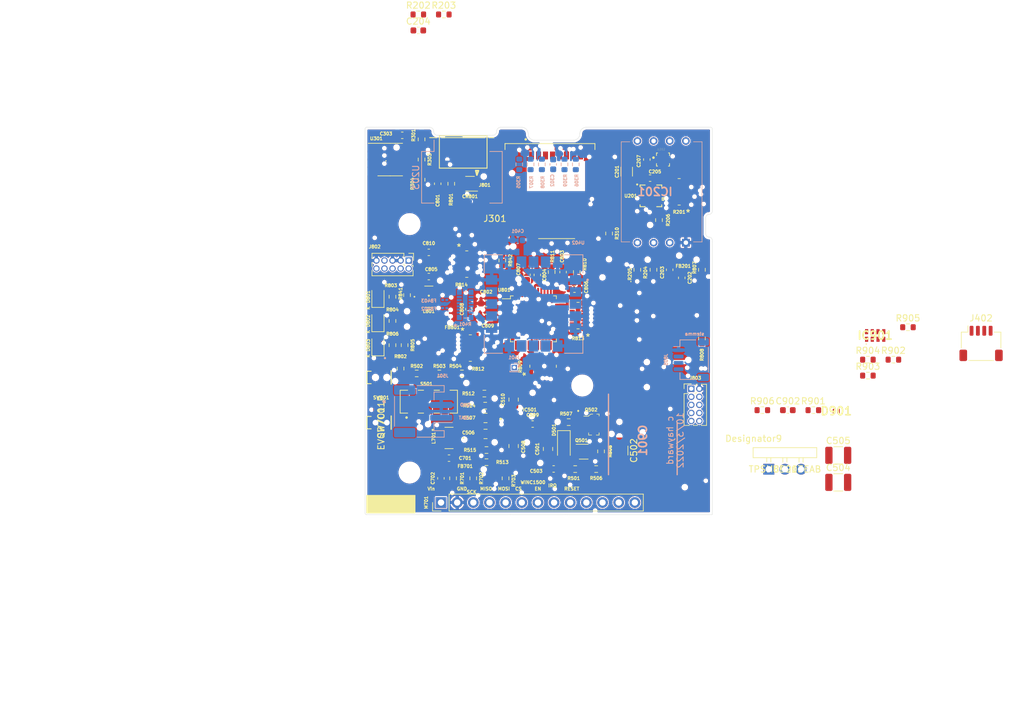
<source format=kicad_pcb>
(kicad_pcb (version 20211014) (generator pcbnew)
  (layers (0 "F.Cu" signal) (1 "In1.Cu" signal) (2 "In2.Cu" signal) (31 "B.Cu" signal) (34 "B.Paste" user) (35 "F.Paste" user) (36 "B.SilkS" user "B.Silkscreen") (37 "F.SilkS" user "F.Silkscreen") (38 "B.Mask" user) (39 "F.Mask" user) (44 "Edge.Cuts" user))
  (net 0 "")
  (net 1 "GND")
  (net 2 "/P3V3")
  (net 3 "Net-(D501-Pad1)")
  (net 4 "Net-(FB701-Pad2)")
  (net 5 "/SapphireMini_Power/VBUS")
  (net 6 "/SapphireMini_Power/VBAT")
  (net 7 "Net-(C702-Pad1)")
  (net 8 "Net-(C801-Pad1)")
  (net 9 "Net-(C804-Pad1)")
  (net 10 "Net-(R505-Pad2)")
  (net 11 "Net-(C805-Pad1)")
  (net 12 "Net-(C808-Pad2)")
  (net 13 "Net-(CR801-Pad4)")
  (net 15 "Net-(D801-Pad1)")
  (net 16 "/Sapphire_Proc/RED_LED")
  (net 17 "Net-(D802-Pad1)")
  (net 18 "/Sapphire_Proc/RED_LED2")
  (net 19 "Net-(D803-Pad1)")
  (net 20 "/Sapphire_Proc/GREEN_LED")
  (net 21 "/SapphireMini_Power/SD_OUTPUT_POWER")
  (net 22 "Net-(FB402-Pad2)")
  (net 23 "Net-(FB403-Pad2)")
  (net 24 "Net-(IC201-Pad3)")
  (net 25 "Net-(IC201-Pad4)")
  (net 27 "Net-(C701-Pad1)")
  (net 29 "/SapphireMini_Power/PWR_IN")
  (net 30 "Net-(J301-Pad1)")
  (net 31 "/SapphireMini_SD/SPI_MOSI")
  (net 32 "/SapphireMini_SD/SPI_SCK")
  (net 33 "/SapphireMini_SD/SPI_MISO")
  (net 34 "Net-(J301-Pad8)")
  (net 35 "Net-(J301-PadDT)")
  (net 36 "Net-(J501-Pad1)")
  (net 37 "/Sapphire_Proc/SWDIO")
  (net 38 "/Sapphire_Proc/SWCLK")
  (net 40 "Net-(C203-Pad1)")
  (net 43 "/Sapphire_Proc/RESET")
  (net 44 "/Sapphire_Proc/PA12")
  (net 45 "/Sapphire_Proc/PA13")
  (net 46 "/Sapphire_Proc/PA20")
  (net 47 "/Sapphire_Proc/PA21")
  (net 48 "/Sapphire_Proc/PB08")
  (net 49 "/Sapphire_Proc/PB09")
  (net 50 "/Sapphire_Proc/PB10")
  (net 51 "/Sapphire_Proc/PB11")
  (net 52 "/Sapphire_Proc/PB22")
  (net 53 "/Sapphire_Proc/PB23")
  (net 54 "Net-(M701-Pad3)")
  (net 55 "Net-(M701-Pad5)")
  (net 56 "/Sapphire_Proc/WIFI_CS")
  (net 57 "/Sapphire_Proc/WIFI_EN")
  (net 58 "/Sapphire_Proc/WIFI_IRQ")
  (net 59 "/Sapphire_Proc/WIFI_RESET")
  (net 64 "Net-(Q501-Pad2)")
  (net 65 "Net-(Q501-Pad6)")
  (net 66 "Net-(R206-Pad1)")
  (net 67 "/Sapphire_Proc/ACC_INT1")
  (net 68 "/Sapphire_Proc/ACC_INT2")
  (net 69 "/SapphireMini_SD/FRAM_HOLD")
  (net 70 "Net-(R303-Pad2)")
  (net 71 "Net-(R304-Pad2)")
  (net 72 "/Sapphire_Proc/PA14")
  (net 73 "/Sapphire_Proc/RS232_TXD5")
  (net 74 "/Sapphire_Proc/RS232_RXD5")
  (net 75 "/Sapphire_Proc/PA00")
  (net 76 "/Sapphire_Proc/GNSS_EXTINT")
  (net 77 "Net-(R502-Pad2)")
  (net 78 "/SapphireMini_Power/VBAT_MON")
  (net 79 "/Sapphire_Proc/32KHz")
  (net 80 "/SapphireMini_GNSS/GNSS_RESET")
  (net 81 "Net-(R802-Pad2)")
  (net 82 "/SapphireMini_SD/FRAM_WP")
  (net 83 "/Sapphire_Proc/PA02")
  (net 84 "/Sapphire_Proc/PA04")
  (net 85 "/Sapphire_Proc/PA05")
  (net 86 "/Sapphire_Proc/PB1")
  (net 87 "/Sapphire_Proc/PA06")
  (net 88 "/Sapphire_Proc/PA07")
  (net 89 "/Sapphire_Proc/PA09")
  (net 90 "/Sapphire_Proc/PA15")
  (net 91 "/Sapphire_Proc/AUX1")
  (net 92 "/Sapphire_Proc/PA24")
  (net 93 "/Sapphire_Proc/PA25")
  (net 94 "/Sapphire_Proc/PA27")
  (net 95 "/Sapphire_Proc/PB02")
  (net 96 "/Sapphire_Proc/PB03")
  (net 97 "/SapphireMini_DLHR/BMP_INT")
  (net 101 "/SapphireMini_SD/FRAM_CS")
  (net 102 "/Sapphire_Proc/AUX2")
  (net 103 "/Sapphire_Proc/AUX3")
  (net 104 "/Sapphire_Proc/D-")
  (net 109 "/Sapphire_Proc/RESET_PIN")
  (net 110 "/SapphireMini_GNSS/SAM_EXTINTO")
  (net 111 "/SapphireMini_GNSS/SAM_RESET")
  (net 112 "/SapphireMini_GNSS/SAM_RXD")
  (net 113 "/SapphireMini_GNSS/SAM_TXD")
  (net 114 "/SapphireMini_GNSS/SAM_SCL")
  (net 115 "/SapphireMini_GNSS/SAM_SDA")
  (net 116 "/SapphireMini_GNSS/TIMEPULSE")
  (net 117 "/SapphireMini_GNSS/V_BCKP")
  (net 118 "Net-(IC501-Pad2)")
  (net 119 "Net-(IC501-Pad3)")
  (net 120 "Net-(J401-Pad1)")
  (net 121 "/SapphireMini_Power/SD_PWR")
  (net 122 "/SapphireMini_Power/GNSS_PWR")
  (net 123 "Net-(J301-Pad3)")
  (net 124 "Net-(J301-Pad5)")
  (net 127 "/SapphireMini_DLHR/BMP_SDI")
  (net 128 "/SapphireMini_DLHR/BMP_SCK")
  (net 129 "/Sapphire_Proc/PA03")
  (net 130 "/Sapphire_Proc/D+")
  (net 131 "/SapphireMini_SD/SD_CS")
  (net 132 "/Sapphire_Proc/SD_CD")
  (net 133 "/Sapphire_Proc/TIMEMARK")
  (net 134 "/Sapphire_Proc/PA22")
  (net 135 "/Sapphire_Proc/PA23")
  (net 136 "/Sapphire_Proc/PA28")
  (net 137 "Net-(C901-Pad1)")
  (net 138 "Net-(R201-Pad12)")
  (net 139 "Net-(R201-Pad13)")
  (net 140 "Net-(R201-Pad15)")
  (net 141 "Net-(R201-Pad16)")
  (net 142 "/Sapphire_Proc/PA18")
  (net 143 "/Sapphire_Proc/PA19")
  (net 146 "/SapphireMini_DLHR/DLHR_EOC")
  (net 147 "Net-(R201-Pad14)")
  (net 148 "Net-(C902-Pad1)")
  (net 149 "/RV8803/P3V3")
  (net 150 "Net-(IC901-Pad1)")
  (net 151 "Net-(IC901-Pad4)")
  (net 152 "/RV8803/SQW")
  (net 153 "Net-(IC901-Pad8)")
  (net 154 "/I2C_SDA")
  (net 155 "/I2C_SCL")
  (net 156 "Net-(R202-Pad1)")
  (net 157 "Net-(R203-Pad1)")
  (net 158 "Net-(U203-Pad1)")
  (net 159 "Net-(U203-Pad2)")
  (net 162 "Net-(U203-Pad12)")
  (footprint "MountingHole:MountingHole_3.2mm_M3" (layer "F.Cu") (at 83.97 120.37)
    (fp_text reference "REF**" hide)
    (fp_text value "MountingHole_3.2mm_M3" hide)
    (pad "" np_thru_hole circle locked (at 0 0) (size 3.2 3.2) (drill 3.2) (layers *.Cu *.Mask))
  )
  (footprint "MountingHole:MountingHole_3.2mm_M3" (layer "F.Cu") (at 83.97 81.28)
    (fp_text reference "REF**" hide)
    (fp_text value "MountingHole_3.2mm_M3" hide)
    (pad "" np_thru_hole circle locked (at 0 0) (size 3.2 3.2) (drill 3.2) (layers *.Cu *.Mask))
  )
  (footprint "MountingHole:MountingHole_3.2mm_M3" (layer "F.Cu") (at 111.125 106.68)
    (fp_text reference "REF**" hide)
    (fp_text value "MountingHole_3.2mm_M3" hide)
    (pad "" np_thru_hole circle locked (at 0 0) (size 3.2 3.2) (drill 3.2) (layers *.Cu *.Mask))
  )
  (footprint "SapphineMinimal:NR3012T100M" (layer "F.Cu") (at 90.17 114.935 180)
    (fp_text reference "L701" (at 2.413 0 90) (layer "F.SilkS") (effects (font (size 0.508 0.508) (thickness 0.1524))))
    (fp_text value "10uH" hide)
    (fp_text user "*" (at 2.413 1.27 90) (layer "F.SilkS") (effects (font (size 0.508 0.508) (thickness 0.1524))))
    (pad "1" smd rect (at -1.09855 0 180) (size 0.8001 2.6924) (layers "F.Cu" "F.Paste" "F.Mask") (net 2 "/P3V3"))
    (pad "2" smd rect (at 1.09855 0 180) (size 0.8001 2.6924) (layers "F.Cu" "F.Paste" "F.Mask") (net 27 "Net-(C701-Pad1)"))
  )
  (footprint "LED_SMD:LED_0805_2012Metric" (layer "F.Cu") (at 78.994 100.33 90)
    (fp_text reference "D803" (at 0 -1.524 90) (layer "F.SilkS") (effects (font (size 0.508 0.508) (thickness 0.1524))))
    (fp_text value "GREEN LED")
    (pad "1" smd roundrect locked (at -0.9375 0 90) (size 0.975 1.4) (layers "F.Cu" "F.Paste" "F.Mask") (net 19 "Net-(D803-Pad1)"))
    (pad "2" smd roundrect locked (at 0.9375 0 90) (size 0.975 1.4) (layers "F.Cu" "F.Paste" "F.Mask") (net 20 "/Sapphire_Proc/GREEN_LED"))
  )
  (footprint "Package_TO_SOT_SMD:SOT-363_SC-70-6" (layer "F.Cu") (at 111.3536 117.094)
    (fp_text reference "Q501" (at -0.3556 -1.778) (layer "F.SilkS") (effects (font (size 0.508 0.508) (thickness 0.1524))))
    (fp_text value "BC857BS")
    (pad "1" smd rect (at -0.95 -0.65) (size 0.65 0.4) (layers "F.Cu" "F.Paste" "F.Mask") (net 3 "Net-(D501-Pad1)"))
    (pad "2" smd rect (at -0.95 0) (size 0.65 0.4) (layers "F.Cu" "F.Paste" "F.Mask") (net 64 "Net-(Q501-Pad2)"))
    (pad "3" smd rect (at -0.95 0.65) (size 0.65 0.4) (layers "F.Cu" "F.Paste" "F.Mask") (net 64 "Net-(Q501-Pad2)"))
    (pad "4" smd rect (at 0.95 0.65) (size 0.65 0.4) (layers "F.Cu" "F.Paste" "F.Mask") (net 6 "/SapphireMini_Power/VBAT"))
    (pad "5" smd rect (at 0.95 0) (size 0.65 0.4) (layers "F.Cu" "F.Paste" "F.Mask") (net 64 "Net-(Q501-Pad2)"))
    (pad "6" smd rect (at 0.95 -0.65) (size 0.65 0.4) (layers "F.Cu" "F.Paste" "F.Mask") (net 65 "Net-(Q501-Pad6)"))
  )
  (footprint "Resistor_SMD:R_0603_1608Metric" (layer "F.Cu") (at 106.310541 88.826956 90)
    (fp_text reference "R811" (at 2.466956 0.115459 90) (layer "F.SilkS") (effects (font (size 0.508 0.508) (thickness 0.1524))))
    (fp_text value "2K")
    (pad "1" smd roundrect (at -0.825 0 90) (size 0.8 0.95) (layers "F.Cu" "F.Paste" "F.Mask") (net 109 "/Sapphire_Proc/RESET_PIN"))
    (pad "2" smd roundrect (at 0.825 0 90) (size 0.8 0.95) (layers "F.Cu" "F.Paste" "F.Mask") (net 2 "/P3V3"))
  )
  (footprint "Resistor_SMD:R_0603_1608Metric" (layer "F.Cu") (at 85.344 48.29)
    (fp_text reference "R202" (at 0 -1.43) (layer "F.SilkS"))
    (fp_text value "47")
    (pad "1" smd roundrect (at -0.825 0) (size 0.8 0.95) (layers "F.Cu" "F.Paste" "F.Mask") (net 156 "Net-(R202-Pad1)"))
    (pad "2" smd roundrect (at 0.825 0) (size 0.8 0.95) (layers "F.Cu" "F.Paste" "F.Mask") (net 154 "/I2C_SDA"))
  )
  (footprint "Capacitor_SMD:C_1210_3225Metric" (layer "F.Cu") (at 151.384 121.92)
    (fp_text reference "C504" (at 0 -2.3) (layer "F.SilkS"))
    (fp_text value "10uF")
    (pad "1" smd roundrect (at -1.475 0) (size 1.15 2.7) (layers "F.Cu" "F.Paste" "F.Mask") (roundrect_rratio 0.217391) (net 29 "/SapphireMini_Power/PWR_IN"))
    (pad "2" smd roundrect (at 1.475 0) (size 1.15 2.7) (layers "F.Cu" "F.Paste" "F.Mask") (roundrect_rratio 0.217391) (net 1 "GND"))
  )
  (footprint "Capacitor_SMD:C_0603_1608Metric" (layer "F.Cu") (at 88.9 121.285 90)
    (fp_text reference "C702" (at 0 -1.27 90) (layer "F.SilkS") (effects (font (size 0.508 0.508) (thickness 0.1524))))
    (fp_text value "100nF")
    (pad "1" smd roundrect (at -0.775 0 90) (size 0.9 0.95) (layers "F.Cu" "F.Paste" "F.Mask") (net 7 "Net-(C702-Pad1)"))
    (pad "2" smd roundrect (at 0.775 0 90) (size 0.9 0.95) (layers "F.Cu" "F.Paste" "F.Mask") (net 1 "GND"))
  )
  (footprint "Sapphire:LIS331DLHTR" (layer "F.Cu") (at 121.92 76.835)
    (fp_text reference "U201" (at -3.175 0) (layer "F.SilkS") (effects (font (size 0.508 0.508) (thickness 0.1524))))
    (fp_text value "LIS331DLHTR" hide)
    (fp_text user "*" (at -2.159 -1.631) (layer "F.SilkS") (effects (font (size 0.508 0.508) (thickness 0.1524))))
    (pad "1" smd rect locked (at -1.3462 -1.000001 90) (size 0.254 0.3556) (layers "F.Cu" "F.Paste" "F.Mask") (net 2 "/P3V3"))
    (pad "2" smd rect locked (at -1.3462 -0.499999 90) (size 0.254 0.3556) (layers "F.Cu" "F.Paste" "F.Mask"))
    (pad "3" smd rect locked (at -1.3462 0 90) (size 0.254 0.3556) (layers "F.Cu" "F.Paste" "F.Mask"))
    (pad "4" smd rect locked (at -1.3462 0.499999 90) (size 0.254 0.3556) (layers "F.Cu" "F.Paste" "F.Mask") (net 141 "Net-(R201-Pad16)"))
    (pad "5" smd rect locked (at -1.3462 1.000001 90) (size 0.254 0.3556) (layers "F.Cu" "F.Paste" "F.Mask") (net 1 "GND"))
    (pad "6" smd rect locked (at -0.499999 1.3462) (size 0.254 0.3556) (layers "F.Cu" "F.Paste" "F.Mask") (net 147 "Net-(R201-Pad14)"))
    (pad "7" smd rect locked (at 0 1.3462) (size 0.254 0.3556) (layers "F.Cu" "F.Paste" "F.Mask") (net 140 "Net-(R201-Pad15)"))
    (pad "8" smd rect locked (at 0.499999 1.3462) (size 0.254 0.3556) (layers "F.Cu" "F.Paste" "F.Mask") (net 66 "Net-(R206-Pad1)"))
    (pad "9" smd rect locked (at 1.3462 1.000001 90) (size 0.254 0.3556) (layers "F.Cu" "F.Paste" "F.Mask") (net 139 "Net-(R201-Pad13)"))
    (pad "10" smd rect locked (at 1.3462 0.499999 90) (size 0.254 0.3556) (layers "F.Cu" "F.Paste" "F.Mask") (net 1 "GND"))
    (pad "11" smd rect locked (at 1.3462 0 90) (size 0.254 0.3556) (layers "F.Cu" "F.Paste" "F.Mask") (net 138 "Net-(R201-Pad12)"))
    (pad "12" smd rect locked (at 1.3462 -0.499999 90) (size 0.254 0.3556) (layers "F.Cu" "F.Paste" "F.Mask") (net 1 "GND"))
    (pad "13" smd rect locked (at 1.3462 -1.000001 90) (size 0.254 0.3556) (layers "F.Cu" "F.Paste" "F.Mask") (net 1 "GND"))
    (pad "14" smd rect locked (at 0.499999 -1.3462) (size 0.254 0.3556) (layers "F.Cu" "F.Paste" "F.Mask") (net 2 "/P3V3"))
    (pad "15" smd rect locked (at 0 -1.3462) (size 0.254 0.3556) (layers "F.Cu" "F.Paste" "F.Mask") (net 2 "/P3V3"))
    (pad "16" smd rect locked (at -0.499999 -1.3462) (size 0.254 0.3556) (layers "F.Cu" "F.Paste" "F.Mask") (net 1 "GND"))
  )
  (footprint "Capacitor_SMD:C_0603_1608Metric" (layer "F.Cu") (at 103.3272 112.7506)
    (fp_text reference "C509" (at 0 -1.43) (layer "F.SilkS") (effects (font (size 0.508 0.508) (thickness 0.1524))))
    (fp_text value "100nF")
    (pad "1" smd roundrect (at -0.775 0) (size 0.9 0.95) (layers "F.Cu" "F.Paste" "F.Mask") (net 2 "/P3V3"))
    (pad "2" smd roundrect (at 0.775 0) (size 0.9 0.95) (layers "F.Cu" "F.Paste" "F.Mask") (net 1 "GND"))
  )
  (footprint "Resistor_SMD:R_0603_1608Metric" (layer "F.Cu") (at 96.0628 116.84)
    (fp_text reference "R515" (at -2.5908 0) (layer "F.SilkS") (effects (font (size 0.508 0.508) (thickness 0.1524))))
    (fp_text value "20K0")
    (pad "1" smd roundrect (at -0.825 0) (size 0.8 0.95) (layers "F.Cu" "F.Paste" "F.Mask") (net 122 "/SapphireMini_Power/GNSS_PWR"))
    (pad "2" smd roundrect (at 0.825 0) (size 0.8 0.95) (layers "F.Cu" "F.Paste" "F.Mask") (net 119 "Net-(IC501-Pad3)"))
  )
  (footprint "Resistor_SMD:R_0603_1608Metric" (layer "F.Cu") (at 83.566 92.456 90)
    (fp_text reference "R841" (at 0.254 -1.016001 90) (layer "F.SilkS") (effects (font (size 0.508 0.508) (thickness 0.1524))))
    (fp_text value "2K")
    (pad "1" smd roundrect (at -0.825 0 90) (size 0.8 0.95) (layers "F.Cu" "F.Paste" "F.Mask") (net 2 "/P3V3"))
    (pad "2" smd roundrect (at 0.825 0 90) (size 0.8 0.95) (layers "F.Cu" "F.Paste" "F.Mask") (net 38 "/Sapphire_Proc/SWCLK"))
  )
  (footprint "Resistor_SMD:R_0603_1608Metric" (layer "F.Cu") (at 113.3157 119.8346 180)
    (fp_text reference "R506" (at 0 -1.43) (layer "F.SilkS") (effects (font (size 0.508 0.508) (thickness 0.1524))))
    (fp_text value "47K5")
    (pad "1" smd roundrect (at -0.825 0 180) (size 0.8 0.95) (layers "F.Cu" "F.Paste" "F.Mask") (net 10 "Net-(R505-Pad2)"))
    (pad "2" smd roundrect (at 0.825 0 180) (size 0.8 0.95) (layers "F.Cu" "F.Paste" "F.Mask") (net 1 "GND"))
  )
  (footprint "Capacitor_SMD:C_0603_1608Metric" (layer "F.Cu") (at 109.902642 91.521034)
    (fp_text reference "C806" (at 1.857358 -0.335034 90) (layer "F.SilkS") (effects (font (size 0.508 0.508) (thickness 0.1524))))
    (fp_text value "100nF")
    (pad "1" smd roundrect (at -0.775 0) (size 0.9 0.95) (layers "F.Cu" "F.Paste" "F.Mask") (net 11 "Net-(C805-Pad1)"))
    (pad "2" smd roundrect (at 0.775 0) (size 0.9 0.95) (layers "F.Cu" "F.Paste" "F.Mask") (net 1 "GND"))
  )
  (footprint "Capacitor_SMD:C_0603_1608Metric" (layer "F.Cu") (at 121.793 74.041)
    (fp_text reference "C205" (at 0.762 -1.016) (layer "F.SilkS") (effects (font (size 0.508 0.508) (thickness 0.1524))))
    (fp_text value "100nF")
    (pad "1" smd roundrect (at -0.775 0) (size 0.9 0.95) (layers "F.Cu" "F.Paste" "F.Mask") (net 2 "/P3V3"))
    (pad "2" smd roundrect (at 0.775 0) (size 0.9 0.95) (layers "F.Cu" "F.Paste" "F.Mask") (net 1 "GND"))
  )
  (footprint "Capacitor_SMD:C_0603_1608Metric" (layer "F.Cu") (at 108.106592 88.826957 -90)
    (fp_text reference "C803" (at -2.466957 0.156592 90) (layer "F.SilkS") (effects (font (size 0.508 0.508) (thickness 0.1524))))
    (fp_text value "100pF")
    (pad "1" smd roundrect (at -0.775 0 270) (size 0.9 0.95) (layers "F.Cu" "F.Paste" "F.Mask") (net 2 "/P3V3"))
    (pad "2" smd roundrect (at 0.775 0 270) (size 0.9 0.95) (layers "F.Cu" "F.Paste" "F.Mask") (net 109 "/Sapphire_Proc/RESET_PIN"))
  )
  (footprint "SapphineMinimal:uUSB_B" (layer "F.Cu") (at 92.402 69.1225 180)
    (fp_text reference "J801" (at -3.381401 -6.0107) (layer "F.SilkS") (effects (font (size 0.508 0.508) (thickness 0.1524))))
    (fp_text value "USB_B_Micro")
    (pad "1" smd roundrect locked (at -1.3 -2.875 180) (size 0.4 1.35) (layers "F.Cu" "F.Paste" "F.Mask") (net 5 "/SapphireMini_Power/VBUS"))
    (pad "2" smd roundrect locked (at -0.65 -2.875 180) (size 0.4 1.35) (layers "F.Cu" "F.Paste" "F.Mask") (net 104 "/Sapphire_Proc/D-"))
    (pad "3" smd roundrect locked (at 0 -2.875 180) (size 0.4 1.35) (layers "F.Cu" "F.Paste" "F.Mask") (net 130 "/Sapphire_Proc/D+"))
    (pad "4" smd roundrect locked (at 0.65 -2.875 180) (size 0.4 1.35) (layers "F.Cu" "F.Paste" "F.Mask") (net 13 "Net-(CR801-Pad4)"))
    (pad "5" smd roundrect locked (at 1.3 -2.875 180) (size 0.4 1.35) (layers "F.Cu" "F.Paste" "F.Mask") (net 1 "GND"))
    (pad "6" smd rect locked (at 3.9 0 180) (size 1.8 1.9) (layers "F.Cu" "F.Paste" "F.Mask") (net 8 "Net-(C801-Pad1)"))
    (pad "6" smd rect locked (at 3.9 -2.55 180) (size 2.1 1.6) (layers "F.Cu" "F.Paste" "F.Mask") (net 8 "Net-(C801-Pad1)"))
    (pad "6" smd rect locked (at -3.9 0 180) (size 1.8 1.9) (layers "F.Cu" "F.Paste" "F.Mask") (net 8 "Net-(C801-Pad1)"))
    (pad "6" smd rect locked (at -3.9 -2.55 180) (size 2.1 1.6) (layers "F.Cu" "F.Paste" "F.Mask") (net 8 "Net-(C801-Pad1)"))
    (pad "6" smd rect locked (at 1.2 0 180) (size 1.9 1.9) (layers "F.Cu" "F.Paste" "F.Mask") (net 8 "Net-(C801-Pad1)"))
    (pad "6" smd rect locked (at -1.2 0 180) (size 1.9 1.9) (layers "F.Cu" "F.Paste" "F.Mask") (net 8 "Net-(C801-Pad1)"))
  )
  (footprint "SamacSys_Parts:PESD5V0S1BL315" (layer "F.Cu") (at 151.069 110.705)
    (fp_text reference "D901" (at 0 0) (layer "F.SilkS") (effects (font (size 1.27 1.27) (thickness 0.254))))
    (fp_text value "BAS70L,315" hide)
    (pad "1" smd rect locked (at -0.35 0) (size 0.4 0.7) (layers "F.Cu" "F.Paste" "F.Mask") (net 148 "Net-(C902-Pad1)"))
    (pad "2" smd rect locked (at 0.35 0) (size 0.4 0.7) (layers "F.Cu" "F.Paste" "F.Mask") (net 149 "/RV8803/P3V3"))
  )
  (footprint "Resistor_SMD:R_0603_1608Metric" (layer "F.Cu") (at 139.444 110.56)
    (fp_text reference "R906" (at 0 -1.43) (layer "F.SilkS"))
    (fp_text value "100K")
    (pad "1" smd roundrect (at -0.825 0) (size 0.8 0.95) (layers "F.Cu" "F.Paste" "F.Mask") (net 103 "/Sapphire_Proc/AUX3"))
    (pad "2" smd roundrect (at 0.825 0) (size 0.8 0.95) (layers "F.Cu" "F.Paste" "F.Mask") (net 149 "/RV8803/P3V3"))
  )
  (footprint "Capacitor_SMD:C_0603_1608Metric" (layer "F.Cu") (at 86.995 85.725)
    (fp_text reference "C810" (at 0 -1.43) (layer "F.SilkS") (effects (font (size 0.508 0.508) (thickness 0.1524))))
    (fp_text value "100nF")
    (pad "1" smd roundrect (at -0.775 0) (size 0.9 0.95) (layers "F.Cu" "F.Paste" "F.Mask") (net 2 "/P3V3"))
    (pad "2" smd roundrect (at 0.775 0) (size 0.9 0.95) (layers "F.Cu" "F.Paste" "F.Mask") (net 1 "GND"))
  )
  (footprint "Connector_PinHeader_1.27mm:PinHeader_2x05_P1.27mm_Vertical" (layer "F.Cu") (at 83.83 87.005 -90)
    (fp_text reference "J802" (at -2.169 5.344 180) (layer "F.SilkS") (effects (font (size 0.508 0.508) (thickness 0.1524))))
    (fp_text value "Conn_02x05_Odd_Even")
    (pad "1" thru_hole rect (at 0 0 270) (size 1 1) (drill 0.65) (layers *.Cu *.Mask) (net 2 "/P3V3"))
    (pad "2" thru_hole oval (at 1.27 0 270) (size 1 1) (drill 0.65) (layers *.Cu *.Mask) (net 37 "/Sapphire_Proc/SWDIO"))
    (pad "3" thru_hole oval (at 0 1.27 270) (size 1 1) (drill 0.65) (layers *.Cu *.Mask) (net 1 "GND"))
    (pad "4" thru_hole oval (at 1.27 1.27 270) (size 1 1) (drill 0.65) (layers *.Cu *.Mask) (net 38 "/Sapphire_Proc/SWCLK"))
    (pad "5" thru_hole oval (at 0 2.54 270) (size 1 1) (drill 0.65) (layers *.Cu *.Mask) (net 1 "GND"))
    (pad "6" thru_hole oval (at 1.27 2.54 270) (size 1 1) (drill 0.65) (layers *.Cu *.Mask))
    (pad "7" thru_hole oval (at 0 3.81 270) (size 1 1) (drill 0.65) (layers *.Cu *.Mask))
    (pad "8" thru_hole oval (at 1.27 3.81 270) (size 1 1) (drill 0.65) (layers *.Cu *.Mask))
    (pad "9" thru_hole oval (at 0 5.08 270) (size 1 1) (drill 0.65) (layers *.Cu *.Mask) (net 1 "GND"))
    (pad "10" thru_hole oval (at 1.27 5.08 270) (size 1 1) (drill 0.65) (layers *.Cu *.Mask) (net 43 "/Sapphire_Proc/RESET"))
  )
  (footprint "LED_SMD:LED_0805_2012Metric" (layer "F.Cu") (at 78.994 96.52 90)
    (fp_text reference "D802" (at 0 -1.524 90) (layer "F.SilkS") (effects (font (size 0.508 0.508) (thickness 0.1524))))
    (fp_text value "RED LED")
    (pad "1" smd roundrect locked (at -0.9375 0 90) (size 0.975 1.4) (layers "F.Cu" "F.Paste" "F.Mask") (net 17 "Net-(D802-Pad1)"))
    (pad "2" smd roundrect locked (at 0.9375 0 90) (size 0.975 1.4) (layers "F.Cu" "F.Paste" "F.Mask") (net 18 "/Sapphire_Proc/RED_LED2"))
  )
  (footprint "Resistor_SMD:R_0603_1608Metric" (layer "F.Cu") (at 88.646 104.775)
    (fp_text reference "R503" (at 0 -1.143) (layer "F.SilkS") (effects (font (size 0.508 0.508) (thickness 0.1524))))
    (fp_text value "100K")
    (pad "1" smd roundrect (at -0.825 0) (size 0.8 0.95) (layers "F.Cu" "F.Paste" "F.Mask") (net 77 "Net-(R502-Pad2)"))
    (pad "2" smd roundrect (at 0.825 0) (size 0.8 0.95) (layers "F.Cu" "F.Paste" "F.Mask") (net 78 "/SapphireMini_Power/VBAT_MON"))
  )
  (footprint "Resistor_SMD:R_0603_1608Metric" (layer "F.Cu") (at 147.464 110.56)
    (fp_text reference "R901" (at 0 -1.43) (layer "F.SilkS"))
    (fp_text value "330")
    (pad "1" smd roundrect (at -0.825 0) (size 0.8 0.95) (layers "F.Cu" "F.Paste" "F.Mask") (net 137 "Net-(C901-Pad1)"))
    (pad "2" smd roundrect (at 0.825 0) (size 0.8 0.95) (layers "F.Cu" "F.Paste" "F.Mask") (net 148 "Net-(C902-Pad1)"))
  )
  (footprint "Package_QFP:TQFP-48_7x7mm_P0.5mm" (layer "F.Cu") (at 103.436859 96.190767)
    (fp_text reference "U801" (at -4.605459 -4.547567) (layer "F.SilkS") (effects (font (size 0.508 0.508) (thickness 0.1524))))
    (fp_text value "ATSAMD21G18A-A")
    (pad "1" smd roundrect locked (at -4.1625 -2.75) (size 1.475 0.3) (layers "F.Cu" "F.Paste" "F.Mask") (net 75 "/Sapphire_Proc/PA00"))
    (pad "2" smd roundrect locked (at -4.1625 -2.25) (size 1.475 0.3) (layers "F.Cu" "F.Paste" "F.Mask") (net 101 "/SapphireMini_SD/FRAM_CS"))
    (pad "3" smd roundrect locked (at -4.1625 -1.75) (size 1.475 0.3) (layers "F.Cu" "F.Paste" "F.Mask") (net 83 "/Sapphire_Proc/PA02"))
    (pad "4" smd roundrect locked (at -4.1625 -1.25) (size 1.475 0.3) (layers "F.Cu" "F.Paste" "F.Mask") (net 129 "/Sapphire_Proc/PA03"))
    (pad "5" smd roundrect locked (at -4.1625 -0.75) (size 1.475 0.3) (layers "F.Cu" "F.Paste" "F.Mask") (net 1 "GND"))
    (pad "6" smd roundrect locked (at -4.1625 -0.25) (size 1.475 0.3) (layers "F.Cu" "F.Paste" "F.Mask") (net 12 "Net-(C808-Pad2)"))
    (pad "7" smd roundrect locked (at -4.1625 0.25) (size 1.475 0.3) (layers "F.Cu" "F.Paste" "F.Mask") (net 48 "/Sapphire_Proc/PB08"))
    (pad "8" smd roundrect locked (at -4.1625 0.75) (size 1.475 0.3) (layers "F.Cu" "F.Paste" "F.Mask") (net 49 "/Sapphire_Proc/PB09"))
    (pad "9" smd roundrect locked (at -4.1625 1.25) (size 1.475 0.3) (layers "F.Cu" "F.Paste" "F.Mask") (net 84 "/Sapphire_Proc/PA04"))
    (pad "10" smd roundrect locked (at -4.1625 1.75) (size 1.475 0.3) (layers "F.Cu" "F.Paste" "F.Mask") (net 85 "/Sapphire_Proc/PA05"))
    (pad "11" smd roundrect locked (at -4.1625 2.25) (size 1.475 0.3) (layers "F.Cu" "F.Paste" "F.Mask") (net 87 "/Sapphire_Proc/PA06"))
    (pad "12" smd roundrect locked (at -4.1625 2.75) (size 1.475 0.3) (layers "F.Cu" "F.Paste" "F.Mask") (net 88 "/Sapphire_Proc/PA07"))
    (pad "13" smd roundrect locked (at -2.75 4.1625) (size 0.3 1.475) (layers "F.Cu" "F.Paste" "F.Mask") (net 131 "/SapphireMini_SD/SD_CS"))
    (pad "14" smd roundrect locked (at -2.25 4.1625) (size 0.3 1.475) (layers "F.Cu" "F.Paste" "F.Mask") (net 89 "/Sapphire_Proc/PA09"))
    (pad "15" smd roundrect locked (at -1.75 4.1625) (size 0.3 1.475) (layers "F.Cu" "F.Paste" "F.Mask") (net 121 "/SapphireMini_Power/SD_PWR"))
    (pad "16" smd roundrect locked (at -1.25 4.1625) (size 0.3 1.475) (layers "F.Cu" "F.Paste" "F.Mask") (net 122 "/SapphireMini_Power/GNSS_PWR"))
    (pad "17" smd roundrect locked (at -0.75 4.1625) (size 0.3 1.475) (layers "F.Cu" "F.Paste" "F.Mask") (net 11 "Net-(C805-Pad1)"))
    (pad "18" smd roundrect locked (at -0.25 4.1625) (size 0.3 1.475) (layers "F.Cu" "F.Paste" "F.Mask") (net 1 "GND"))
    (pad "19" smd roundrect locked (at 0.25 4.1625) (size 0.3 1.475) (layers "F.Cu" "F.Paste" "F.Mask") (net 50 "/Sapphire_Proc/PB10"))
    (pad "20" smd roundrect locked (at 0.75 4.1625) (size 0.3 1.475) (layers "F.Cu" "F.Paste" "F.Mask") (net 51 "/Sapphire_Proc/PB11"))
    (pad "21" smd roundrect locked (at 1.25 4.1625) (size 0.3 1.475) (layers "F.Cu" "F.Paste" "F.Mask") (net 44 "/Sapphire_Proc/PA12"))
    (pad "22" smd roundrect locked (at 1.75 4.1625) (size 0.3 1.475) (layers "F.Cu" "F.Paste" "F.Mask") (net 45 "/Sapphire_Proc/PA13"))
    (pad "23" smd roundrect locked (at 2.25 4.1625) (size 0.3 1.475) (layers "F.Cu" "F.Paste" "F.Mask") (net 72 "/Sapphire_Proc/PA14"))
    (pad "24" smd roundrect locked (at 2.75 4.1625) (size 0.3 1.475) (layers "F.Cu" "F.Paste" "F.Mask") (net 90 "/Sapphire_Proc/PA15"))
    (pad "25" smd roundrect locked (at 4.1625 2.75) (size 1.475 0.3) (layers "F.Cu" "F.Paste" "F.Mask") (net 31 "/SapphireMini_SD/SPI_MOSI"))
    (pad "26" smd roundrect locked (at 4.1625 2.25) (size 1.475 0.3) (layers "F.Cu" "F.Paste" "F.Mask") (net 32 "/SapphireMini_SD/SPI_SCK"))
    (pad "27" smd roundrect locked (at 4.1625 1.75) (size 1.475 0.3) (layers "F.Cu" "F.Paste" "F.Mask") (net 142 "/Sapphire_Proc/PA18"))
    (pad "28" smd roundrect locked (at 4.1625 1.25) (size 1.475 0.3) (layers "F.Cu" "F.Paste" "F.Mask") (net 143 "/Sapphire_Proc/PA19"))
    (pad "29" smd roundrect locked (at 4.1625 0.75) (size 1.475 0.3) (layers "F.Cu" "F.Paste" "F.Mask") (net 46 "/Sapphire_Proc/PA20"))
    (pad "30" smd roundrect locked (at 4.1625 0.25) (size 1.475 0.3) (layers "F.Cu" "F.Paste" "F.Mask") (net 47 "/Sapphire_Proc/PA21"))
    (pad "31" smd roundrect locked (at 4.1625 -0.25) (size 1.475 0.3) (layers "F.Cu" "F.Paste" "F.Mask") (net 134 "/Sapphire_Proc/PA22"))
    (pad "32" smd roundrect locked (at 4.1625 -0.75) (size 1.475 0.3) (layers "F.Cu" "F.Paste" "F.Mask") (net 135 "/Sapphire_Proc/PA23"))
    (pad "33" smd roundrect locked (at 4.1625 -1.25) (size 1.475 0.3) (layers "F.Cu" "F.Paste" "F.Mask") (net 92 "/Sapphire_Proc/PA24"))
    (pad "34" smd roundrect locked (at 4.1625 -1.75) (size 1.475 0.3) (layers "F.Cu" "F.Paste" "F.Mask") (net 93 "/Sapphire_Proc/PA25"))
    (pad "35" smd roundrect locked (at 4.1625 -2.25) (size 1.475 0.3) (layers "F.Cu" "F.Paste" "F.Mask") (net 1 "GND"))
    (pad "36" smd roundrect locked (at 4.1625 -2.75) (size 1.475 0.3) (layers "F.Cu" "F.Paste" "F.Mask") (net 11 "Net-(C805-Pad1)"))
    (pad "37" smd roundrect locked (at 2.75 -4.1625) (size 0.3 1.475) (layers "F.Cu" "F.Paste" "F.Mask") (net 52 "/Sapphire_Proc/PB22"))
    (pad "38" smd roundrect locked (at 2.25 -4.1625) (size 0.3 1.475) (layers "F.Cu" "F.Paste" "F.Mask") (net 53 "/Sapphire_Proc/PB23"))
    (pad "39" smd roundrect locked (at 1.75 -4.1625) (size 0.3 1.475) (layers "F.Cu" "F.Paste" "F.Mask") (net 94 "/Sapphire_Proc/PA27"))
    (pad "40" smd roundrect locked (at 1.25 -4.1625) (size 0.3 1.475) (layers "F.Cu" "F.Paste" "F.Mask") (net 109 "/Sapphire_Proc/RESET_PIN"))
    (pad "41" smd roundrect locked (at 0.75 -4.1625) (size 0.3 1.475) (layers "F.Cu" "F.Paste" "F.Mask") (net 136 "/Sapphire_Proc/PA28"))
    (pad "42" smd roundrect locked (at 0.25 -4.1625) (size 0.3 1.475) (layers "F.Cu" "F.Paste" "F.Mask") (net 1 "GND"))
    (pad "43" smd roundrect locked (at -0.25 -4.1625) (size 0.3 1.475) (layers "F.Cu" "F.Paste" "F.Mask") (net 9 "Net-(C804-Pad1)"))
    (pad "44" smd roundrect locked (at -0.75 -4.1625) (size 0.3 1.475) (layers "F.Cu" "F.Paste" "F.Mask") (net 11 "Net-(C805-Pad1)"))
    (pad "45" smd roundrect locked (at -1.25 -4.1625) (size 0.3 1.475) (layers "F.Cu" "F.Paste" "F.Mask") (net 38 "/Sapphire_Proc/SWCLK"))
    (pad "46" smd roundrect locked (at -1.75 -4.1625) (size 0.3 1.475) (layers "F.Cu" "F.Paste" "F.Mask") (net 37 "/Sapphire_Proc/SWDIO"))
    (pad "47" smd roundrect locked (at -2.25 -4.1625) (size 0.3 1.475) (layers "F.Cu" "F.Paste" "F.Mask") (net 95 "/Sapphire_Proc/PB02"))
    (pad "48" smd roundrect locked (at -2.75 -4.1625) (size 0.3 1.475) (layers "F.Cu" "F.Paste" "F.Mask") (net 96 "/Sapphire_Proc/PB03"))
  )
  (footprint "Sapphire:EXB-2HV470JV" (layer "F.Cu") (at 110.4646 95.6818 180)
    (fp_text reference "R813" (at 0 -3.592102) (layer "F.SilkS") (effects (font (size 0.508 0.508) (thickness 0.1524))))
    (fp_text value "EXB-2HV470JV" hide)
    (fp_text user "*" (at -1.5494 -3.3782 180) (layer "F.SilkS"))
    (pad "1" smd rect (at -0.9144 -1.9812 180) (size 0.7874 0.8636) (layers "F.Cu" "F.Paste" "F.Mask") (net 33 "/SapphireMini_SD/SPI_MISO"))
    (pad "2" smd rect (at -0.9144 -1.233678 180) (size 0.7874 0.3556) (layers "F.Cu" "F.Paste" "F.Mask") (net 103 "/Sapphire_Proc/AUX3"))
    (pad "3" smd rect (at -0.9144 -0.740156 180) (size 0.7874 0.3556) (layers "F.Cu" "F.Paste" "F.Mask") (net 80 "/SapphireMini_GNSS/GNSS_RESET"))
    (pad "4" smd rect (at -0.9144 -0.246634 180) (size 0.7874 0.3556) (layers "F.Cu" "F.Paste" "F.Mask") (net 154 "/I2C_SDA"))
    (pad "5" smd rect (at -0.9144 0.246888 180) (size 0.7874 0.3556) (layers "F.Cu" "F.Paste" "F.Mask") (net 155 "/I2C_SCL"))
    (pad "6" smd rect (at -0.9144 0.74041 180) (size 0.7874 0.3556) (layers "F.Cu" "F.Paste" "F.Mask") (net 104 "/Sapphire_Proc/D-"))
    (pad "7" smd rect (at -0.9144 1.233932 180) (size 0.7874 0.3556) (layers "F.Cu" "F.Paste" "F.Mask") (net 130 "/Sapphire_Proc/D+"))
    (pad "8" smd rect (at -0.9144 1.9812 180) (size 0.7874 0.8636) (layers "F.Cu" "F.Paste" "F.Mask"))
    (pad "9" smd rect (at 0.9144 1.9812 180) (size 0.7874 0.8636) (layers "F.Cu" "F.Paste" "F.Mask"))
    (pad "10" smd rect (at 0.9144 1.233932 180) (size 0.7874 0.3556) (layers "F.Cu" "F.Paste" "F.Mask") (net 93 "/Sapphire_Proc/PA25"))
    (pad "11" smd rect (at 0.9144 0.74041 180) (size 0.7874 0.3556) (layers "F.Cu" "F.Paste" "F.Mask") (net 92 "/Sapphire_Proc/PA24"))
    (pad "12" smd rect (at 0.9144 0.246888 180) (size 0.7874 0.3556) (layers "F.Cu" "F.Paste" "F.Mask") (net 135 "/Sapphire_Proc/PA23"))
    (pad "13" smd rect (at 0.9144 -0.246634 180) (size 0.7874 0.3556) (layers "F.Cu" "F.Paste" "F.Mask") (net 134 "/Sapphire_Proc/PA22"))
    (pad "14" smd rect (at 0.9144 -0.740156 180) (size 0.7874 0.3556) (layers "F.Cu" "F.Paste" "F.Mask") (net 47 "/Sapphire_Proc/PA21"))
    (pad "15" smd rect (at 0.9144 -1.233678 180) (size 0.7874 0.3556) (layers "F.Cu" "F.Paste" "F.Mask") (net 46 "/Sapphire_Proc/PA20"))
    (pad "16" smd rect (at 0.9144 -1.9812 180) (size 0.7874 0.8636) (layers "F.Cu" "F.Paste" "F.Mask") (net 143 "/Sapphire_Proc/PA19"))
  )
  (footprint "Capacitor_SMD:C_0805_2012Metric" (layer "F.Cu") (at 105.7402 116.6622 90)
    (fp_text reference "C501" (at 0 -1.68 90) (layer "F.SilkS") (effects (font (size 0.508 0.508) (thickness 0.1524))))
    (fp_text value "10uF")
    (pad "1" smd roundrect (at -0.95 0 90) (size 1 1.45) (layers "F.Cu" "F.Paste" "F.Mask") (net 5 "/SapphireMini_Power/VBUS"))
    (pad "2" smd roundrect (at 0.95 0 90) (size 1 1.45) (layers "F.Cu" "F.Paste" "F.Mask") (net 1 "GND"))
  )
  (footprint "Capacitor_SMD:C_0603_1608Metric" (layer "F.Cu") (at 90.17 118.11 180)
    (fp_text reference "C701" (at -2.54 0) (layer "F.SilkS") (effects (font (size 0.508 0.508) (thickness 0.1524))))
    (fp_text value "22uF")
    (pad "1" smd roundrect (at -0.775 0 180) (size 0.9 0.95) (layers "F.Cu" "F.Paste" "F.Mask") (net 27 "Net-(C701-Pad1)"))
    (pad "2" smd roundrect (at 0.775 0 180) (size 0.9 0.95) (layers "F.Cu" "F.Paste" "F.Mask") (net 1 "GND"))
  )
  (footprint "Connector_PinHeader_2.54mm:PinHeader_1x13_P2.54mm_Vertical" (layer "F.Cu") (at 88.915 125.095 90)
    (fp_text reference "M701" (at 0 -2.33 90) (layer "F.SilkS") (effects (font (size 0.508 0.508) (thickness 0.1524))))
    (fp_text value "AdafruitWINC1500")
    (pad "1" thru_hole rect (at 0 0 90) (size 1.7 1.7) (drill 1) (layers *.Cu *.Mask) (net 7 "Net-(C702-Pad1)"))
    (pad "2" thru_hole oval (at 0 2.54 90) (size 1.7 1.7) (drill 1) (layers *.Cu *.Mask) (net 1 "GND"))
    (pad "3" thru_hole oval (at 0 5.08 90) (size 1.7 1.7) (drill 1) (layers *.Cu *.Mask) (net 54 "Net-(M701-Pad3)"))
    (pad "4" thru_hole oval (at 0 7.62 90) (size 1.7 1.7) (drill 1) (layers *.Cu *.Mask) (net 33 "/SapphireMini_SD/SPI_MISO"))
    (pad "5" thru_hole oval (at 0 10.16 90) (size 1.7 1.7) (drill 1) (layers *.Cu *.Mask) (net 55 "Net-(M701-Pad5)"))
    (pad "6" thru_hole oval (at 0 12.7 90) (size 1.7 1.7) (drill 1) (layers *.Cu *.Mask) (net 56 "/Sapphire_Proc/WIFI_CS"))
    (pad "7" thru_hole oval (at 0 15.24 90) (size 1.7 1.7) (drill 1) (layers *.Cu *.Mask) (net 57 "/Sapphire_Proc/WIFI_EN"))
    (pad "8" thru_hole oval (at 0 17.78 90) (size 1.7 1.7) (drill 1) (layers *.Cu *.Mask) (net 58 "/Sapphire_Proc/WIFI_IRQ"))
    (pad "9" thru_hole oval (at 0 20.32 90) (size 1.7 1.7) (drill 1) (layers *.Cu *.Mask) (net 59 "/Sapphire_Proc/WIFI_RESET"))
    (pad "10" thru_hole oval (at 0 22.86 90) (size 1.7 1.7) (drill 1) (layers *.Cu *.Mask))
    (pad "11" thru_hole oval (at 0 25.4 90) (size 1.7 1.7) (drill 1) (layers *.Cu *.Mask))
    (pad "12" thru_hole oval (at 0 27.94 90) (size 1.7 1.7) (drill 1) (layers *.Cu *.Mask))
    (pad "13" thru_hole oval (at 0 30.48 90) (size 1.7 1.7) (drill 1) (layers *.Cu *.Mask))
  )
  (footprint "Package_TO_SOT_SMD:SOT-363_SC-70-6" (layer "F.Cu") (at 93.472 74.93 180)
    (fp_text reference "CR801" (at 0 -2) (layer "F.SilkS") (effects (font (size 0.508 0.508) (thickness 0.1524))))
    (fp_text value "TPD4E1U06DCKR")
    (pad "1" smd rect (at -0.95 -0.65 180) (size 0.65 0.4) (layers "F.Cu" "F.Paste" "F.Mask") (net 104 "/Sapphire_Proc/D-"))
    (pad "2" smd rect (at -0.95 0 180) (size 0.65 0.4) (layers "F.Cu" "F.Paste" "F.Mask") (net 1 "GND"))
    (pad "3" smd rect (at -0.95 0.65 180) (size 0.65 0.4) (layers "F.Cu" "F.Paste" "F.Mask") (net 5 "/SapphireMini_Power/VBUS"))
    (pad "4" smd rect (at 0.95 0.65 180) (size 0.65 0.4) (layers "F.Cu" "F.Paste" "F.Mask") (net 13 "Net-(CR801-Pad4)"))
    (pad "5" smd rect (at 0.95 0 180) (size 0.65 0.4) (layers "F.Cu" "F.Paste" "F.Mask"))
    (pad "6" smd rect (at 0.95 -0.65 180) (size 0.65 0.4) (layers "F.Cu" "F.Paste" "F.Mask") (net 130 "/Sapphire_Proc/D+"))
  )
  (footprint "Connector_PinHeader_1.27mm:PinHeader_2x05_P1.27mm_Vertical" (layer "F.Cu") (at 128.27 107.188)
    (fp_text reference "J803" (at 0.635 -1.695) (layer "F.SilkS") (effects (font (size 0.508 0.508) (thickness 0.1524))))
    (fp_text value "Conn_02x05_Odd_Even")
    (pad "1" thru_hole rect (at 0 0) (size 1 1) (drill 0.65) (layers *.Cu *.Mask) (net 2 "/P3V3"))
    (pad "2" thru_hole oval (at 1.27 0) (size 1 1) (drill 0.65) (layers *.Cu *.Mask) (net 1 "GND"))
    (pad "3" thru_hole oval (at 0 1.27) (size 1 1) (drill 0.65) (layers *.Cu *.Mask) (net 91 "/Sapphire_Proc/AUX1"))
    (pad "4" thru_hole oval (at 1.27 1.27) (size 1 1) (drill 0.65) (layers *.Cu *.Mask) (net 32 "/SapphireMini_SD/SPI_SCK"))
    (pad "5" thru_hole oval (at 0 2.54) (size 1 1) (drill 0.65) (layers *.Cu *.Mask) (net 102 "/Sapphire_Proc/AUX2"))
    (pad "6" thru_hole oval (at 1.27 2.54) (size 1 1) (drill 0.65) (layers *.Cu *.Mask) (net 31 "/SapphireMini_SD/SPI_MOSI"))
    (pad "7" thru_hole oval (at 0 3.81) (size 1 1) (drill 0.65) (layers *.Cu *.Mask) (net 103 "/Sapphire_Proc/AUX3"))
    (pad "8" thru_hole oval (at 1.27 3.81) (size 1 1) (drill 0.65) (layers *.Cu *.Mask) (net 33 "/SapphireMini_SD/SPI_MISO"))
    (pad "9" thru_hole oval (at 0 5.08) (size 1 1) (drill 0.65) (layers *.Cu *.Mask) (net 16 "/Sapphire_Proc/RED_LED"))
    (pad "10" thru_hole oval (at 1.27 5.08) (size 1 1) (drill 0.65) (layers *.Cu *.Mask) (net 20 "/Sapphire_Proc/GREEN_LED"))
  )
  (footprint "Resistor_SMD:R_0603_1608Metric" (layer "F.Cu") (at 129.9464 88.4682 -90)
    (fp_text reference "R807" (at -0.3302 1.1684 90) (layer "F.SilkS") (effects (font (size 0.508 0.508) (thickness 0.1524))))
    (fp_text value "4K75")
    (pad "1" smd roundrect (at -0.825 0 270) (size 0.8 0.95) (layers "F.Cu" "F.Paste" "F.Mask") (net 2 "/P3V3"))
    (pad "2" smd roundrect (at 0.825 0 270) (size 0.8 0.95) (layers "F.Cu" "F.Paste" "F.Mask") (net 155 "/I2C_SCL"))
  )
  (footprint "Resistor_SMD:R_0603_1608Metric" (layer "F.Cu") (at 110.0137 119.8346)
    (fp_text reference "R501" (at -0.237258 1.4504) (layer "F.SilkS") (effects (font (size 0.508 0.508) (thickness 0.1524))))
    (fp_text value "100K")
    (pad "1" smd roundrect (at -0.825 0) (size 0.8 0.95) (layers "F.Cu" "F.Paste" "F.Mask") (net 64 "Net-(Q501-Pad2)"))
    (pad "2" smd roundrect (at 0.825 0) (size 0.8 0.95) (layers "F.Cu" "F.Paste" "F.Mask") (net 1 "GND"))
  )
  (footprint "Capacitor_SMD:C_0805_2012Metric" (layer "F.Cu") (at 95.9104 111.7854 180)
    (fp_text reference "C507" (at 2.5654 0.0254) (layer "F.SilkS") (effects (font (size 0.508 0.508) (thickness 0.1524))))
    (fp_text value "10uF")
    (pad "1" smd roundrect (at -0.95 0 180) (size 1 1.45) (layers "F.Cu" "F.Paste" "F.Mask") (net 2 "/P3V3"))
    (pad "2" smd roundrect (at 0.95 0 180) (size 1 1.45) (layers "F.Cu" "F.Paste" "F.Mask") (net 1 "GND"))
  )
  (footprint "Resistor_SMD:R_0603_1608Metric" (layer "F.Cu") (at 81.28 100.33 90)
    (fp_text reference "R806" (at 1.778 0 180) (layer "F.SilkS") (effects (font (size 0.508 0.508) (thickness 0.1524))))
    (fp_text value "2K")
    (pad "1" smd roundrect (at -0.825 0 90) (size 0.8 0.95) (layers "F.Cu" "F.Paste" "F.Mask") (net 19 "Net-(D803-Pad1)"))
    (pad "2" smd roundrect (at 0.825 0 90) (size 0.8 0.95) (layers "F.Cu" "F.Paste" "F.Mask") (net 1 "GND"))
  )
  (footprint "Connector_JST:JST_SH_SM04B-SRSS-TB_1x04-1MP_P1.00mm_Horizontal" (layer "F.Cu") (at 173.844 100.06)
    (fp_text reference "J402" (at 0 -3.98) (layer "F.SilkS"))
    (fp_text value "Conn_01x04_Male")
    (pad "1" smd roundrect (at -1.5 -2) (size 0.6 1.55) (layers "F.Cu" "F.Paste" "F.Mask") (net 2 "/P3V3"))
    (pad "2" smd roundrect (at -0.5 -2) (size 0.6 1.55) (layers "F.Cu" "F.Paste" "F.Mask") (net 113 "/SapphireMini_GNSS/SAM_TXD"))
    (pad "3" smd roundrect (at 0.5 -2) (size 0.6 1.55) (layers "F.Cu" "F.Paste" "F.Mask") (net 112 "/SapphireMini_GNSS/SAM_RXD"))
    (pad "4" smd roundrect (at 1.5 -2) (size 0.6 1.55) (layers "F.Cu" "F.Paste" "F.Mask") (net 1 "GND"))
    (pad "MP" smd roundrect (at 2.8 1.875) (size 1.2 1.8) (layers "F.Cu" "F.Paste" "F.Mask") (roundrect_rratio 0.208333))
    (pad "MP" smd roundrect (at -2.8 1.875) (size 1.2 1.8) (layers "F.Cu" "F.Paste" "F.Mask") (roundrect_rratio 0.208333))
  )
  (footprint "Sapphire:EXB-2HV470JV" (layer "F.Cu") (at 126.365 76.2 180)
    (fp_text reference "R201" (at 0 -3.175) (layer "F.SilkS") (effects (font (size 0.508 0.508) (thickness 0.1524))))
    (fp_text value "EXB-2HV470JV" hide)
    (fp_text user "*" (at -1.397 -3.302 180) (layer "F.SilkS"))
    (pad "1" smd rect (at -0.9144 -1.9812 180) (size 0.7874 0.8636) (layers "F.Cu" "F.Paste" "F.Mask") (net 155 "/I2C_SCL"))
    (pad "2" smd rect (at -0.9144 -1.233678 180) (size 0.7874 0.3556) (layers "F.Cu" "F.Paste" "F.Mask") (net 1 "GND"))
    (pad "3" smd rect (at -0.9144 -0.740156 180) (size 0.7874 0.3556) (layers "F.Cu" "F.Paste" "F.Mask") (net 154 "/I2C_SDA"))
    (pad "4" smd rect (at -0.9144 -0.246634 180) (size 0.7874 0.3556) (layers "F.Cu" "F.Paste" "F.Mask") (net 68 "/Sapphire_Proc/ACC_INT2"))
    (pad "5" smd rect (at -0.9144 0.246888 180) (size 0.7874 0.3556) (layers "F.Cu" "F.Paste" "F.Mask") (net 67 "/Sapphire_Proc/ACC_INT1"))
    (pad "6" smd rect (at -0.9144 0.74041 180) (size 0.7874 0.3556) (layers "F.Cu" "F.Paste" "F.Mask") (net 155 "/I2C_SCL"))
    (pad "7" smd rect (at -0.9144 1.233932 180) (size 0.7874 0.3556) (layers "F.Cu" "F.Paste" "F.Mask") (net 154 "/I2C_SDA"))
    (pad "8" smd rect (at -0.9144 1.9812 180) (size 0.7874 0.8636) (layers "F.Cu" "F.Paste" "F.Mask"))
    (pad "9" smd rect (at 0.9144 1.9812 180) (size 0.7874 0.8636) (layers "F.Cu" "F.Paste" "F.Mask"))
    (pad "10" smd rect (at 0.9144 1.233932 180) (size 0.7874 0.3556) (layers "F.Cu" "F.Paste" "F.Mask") (net 127 "/SapphireMini_DLHR/BMP_SDI"))
    (pad "11" smd rect (at 0.9144 0.74041 180) (size 0.7874 0.3556) (layers "F.Cu" "F.Paste" "F.Mask") (net 128 "/SapphireMini_DLHR/BMP_SCK"))
    (pad "12" smd rect (at 0.9144 0.246888 180) (size 0.7874 0.3556) (layers "F.Cu" "F.Paste" "F.Mask") (net 138 "Net-(R201-Pad12)"))
    (pad "13" smd rect (at 0.9144 -0.246634 180) (size 0.7874 0.3556) (layers "F.Cu" "F.Paste" "F.Mask") (net 139 "Net-(R201-Pad13)"))
    (pad "14" smd rect (at 0.9144 -0.740156 180) (size 0.7874 0.3556) (layers "F.Cu" "F.Paste" "F.Mask") (net 147 "Net-(R201-Pad14)"))
    (pad "15" smd rect (at 0.9144 -1.233678 180) (size 0.7874 0.3556) (layers "F.Cu" "F.Paste" "F.Mask") (net 140 "Net-(R201-Pad15)"))
    (pad "16" smd rect (at 0.9144 -1.9812 180) (size 0.7874 0.8636) (layers "F.Cu" "F.Paste" "F.Mask") (net 141 "Net-(R201-Pad16)"))
  )
  (footprint "Resistor_SMD:R_0603_1608Metric" (layer "F.Cu") (at 95.7326 107.95 180)
    (fp_text reference "R512" (at 2.5146 0) (layer "F.SilkS") (effects (font (size 0.508 0.508) (thickness 0.1524))))
    (fp_text value "100K")
    (pad "1" smd roundrect (at -0.825 0 180) (size 0.8 0.95) (layers "F.Cu" "F.Paste" "F.Mask") (net 2 "/P3V3"))
    (pad "2" smd roundrect (at 0.825 0 180) (size 0.8 0.95) (layers "F.Cu" "F.Paste" "F.Mask") (net 121 "/SapphireMini_Power/SD_PWR"))
  )
  (footprint "Capacitor_SMD:C_0805_2012Metric" (layer "F.Cu") (at 100.33 108.8898 90)
    (fp_text reference "C510" (at 0 -1.68 90) (layer "F.SilkS") (effects (font (size 0.508 0.508) (thickness 0.1524))))
    (fp_text value "10uF")
    (pad "1" smd roundrect (at -0.95 0 90) (size 1 1.45) (layers "F.Cu" "F.Paste" "F.Mask") (net 21 "/SapphireMini_Power/SD_OUTPUT_POWER"))
    (pad "2" smd roundrect (at 0.95 0 90) (size 1 1.45) (layers "F.Cu" "F.Paste" "F.Mask") (net 1 "GND"))
  )
  (footprint "Resistor_SMD:R_0603_1608Metric" (layer "F.Cu") (at 160.054 102.61)
    (fp_text reference "R902" (at 0 -1.43) (layer "F.SilkS"))
    (fp_text value "100K")
    (pad "1" smd roundrect (at -0.825 0) (size 0.8 0.95) (layers "F.Cu" "F.Paste" "F.Mask") (net 151 "Net-(IC901-Pad4)"))
    (pad "2" smd roundrect (at 0.825 0) (size 0.8 0.95) (layers "F.Cu" "F.Paste" "F.Mask") (net 149 "/RV8803/P3V3"))
  )
  (footprint "Resistor_SMD:R_0603_1608Metric" (layer "F.Cu") (at 123.19 80.645 -90)
    (fp_text reference "R206" (at 0 -1.43 90) (layer "F.SilkS") (effects (font (size 0.508 0.508) (thickness 0.1524))))
    (fp_text value "10K")
    (pad "1" smd roundrect (at -0.825 0 270) (size 0.8 0.95) (layers "F.Cu" "F.Paste" "F.Mask") (net 66 "Net-(R206-Pad1)"))
    (pad "2" smd roundrect (at 0.825 0 270) (size 0.8 0.95) (layers "F.Cu" "F.Paste" "F.Mask") (net 2 "/P3V3"))
  )
  (footprint "Diode_SMD:D_SOD-123" (layer "F.Cu") (at 108.2357 116.0246 -90)
    (fp_text reference "D501" (at -2.3596 1.5557 90) (layer "F.SilkS") (effects (font (size 0.508 0.508) (thickness 0.1524))))
    (fp_text value "MBR180")
    (pad "1" smd rect (at -1.65 0 270) (size 0.9 1.2) (layers "F.Cu" "F.Paste" "F.Mask") (net 3 "Net-(D501-Pad1)"))
    (pad "2" smd rect (at 1.65 0 270) (size 0.9 1.2) (layers "F.Cu" "F.Paste" "F.Mask") (net 5 "/SapphireMini_Power/VBUS"))
  )
  (footprint "Resistor_SMD:R_0603_1608Metric" (layer "F.Cu") (at 129.9464 99.2632 90)
    (fp_text reference "R808" (at -2.5908 0 90) (layer "F.SilkS") (effects (font (size 0.508 0.508) (thickness 0.1524))))
    (fp_text value "4K75")
    (pad "1" smd roundrect (at -0.825 0 90) (size 0.8 0.95) (layers "F.Cu" "F.Paste" "F.Mask") (net 2 "/P3V3"))
    (pad "2" smd roundrect (at 0.825 0 90) (size 0.8 0.95) (layers "F.Cu" "F.Paste" "F.Mask") (net 154 "/I2C_SDA"))
  )
  (footprint "Resistor_SMD:R_0603_1608Metric" (layer "F.Cu") (at 85.852 71.119999 -90)
    (fp_text reference "R303" (at 0 -1.27 90) (layer "F.SilkS") (effects (font (size 0.508 0.508) (thickness 0.1524))))
    (fp_text value "47")
    (pad "1" smd roundrect (at -0.825 0 270) (size 0.8 0.95) (layers "F.Cu" "F.Paste" "F.Mask") (net 32 "/SapphireMini_SD/SPI_SCK"))
    (pad "2" smd roundrect (at 0.825 0 270) (size 0.8 0.95) (layers "F.Cu" "F.Paste" "F.Mask") (net 70 "Net-(R303-Pad2)"))
  )
  (footprint "SapphineMinimal:SW_JS202011JCQN" (layer "F.Cu") (at 86.995 109.22 90)
    (fp_text reference "S501" (at 2.794 -0.381 180) (layer "F.SilkS") (effects (font (size 0.508 0.508) (thickness 0.1524))))
    (fp_text value "JS202011JCQN")
    (pad "1" smd rect locked (at -1.2 -2.5 90) (size 1.6 1) (layers "F.Cu" "F.Paste" "F.Mask") (net 6 "/SapphireMini_Power/VBAT"))
    (pad "2" smd rect locked (at -1.2 0 90) (size 1.6 1) (layers "F.Cu" "F.Paste" "F.Mask") (net 36 "Net-(J501-Pad1)"))
    (pad "3" smd rect locked (at -1.2 2.5 90) (size 1.6 1) (layers "F.Cu" "F.Paste" "F.Mask"))
    (pad "5" smd rect locked (at 1.2 -2.5 90) (size 1.6 1) (layers "F.Cu" "F.Paste" "F.Mask") (net 6 "/SapphireMini_Power/VBAT"))
    (pad "6" smd rect locked (at 1.2 0 90) (size 1.6 1) (layers "F.Cu" "F.Paste" "F.Mask") (net 36 "Net-(J501-Pad1)"))
    (pad "7" smd rect locked (at 1.2 2.5 90) (size 1.6 1) (layers "F.Cu" "F.Paste" "F.Mask"))
  )
  (footprint "SamacSys_Parts:SLG59M1446V" (layer "F.Cu") (at 99.7902 112.5288)
    (fp_text reference "IC501" (at 3.0798 -2.0388) (layer "F.SilkS") (effects (font (size 0.508 0.508) (thickness 0.1524))))
    (fp_text value "SLG59M1446V" hide)
    (pad "1" smd rect locked (at -0.5 -0.6 90) (size 0.19 0.8) (layers "F.Cu" "F.Paste" "F.Mask") (net 2 "/P3V3"))
    (pad "2" smd rect locked (at -0.5 -0.2 90) (size 0.19 0.8) (layers "F.Cu" "F.Paste" "F.Mask") (net 118 "Net-(IC501-Pad2)"))
    (pad "3" smd rect locked (at -0.5 0.2 90) (size 0.19 0.8) (layers "F.Cu" "F.Paste" "F.Mask") (net 119 "Net-(IC501-Pad3)"))
    (pad "4" smd rect locked (at -0.5 0.6 90) (size 0.19 0.8) (layers "F.Cu" "F.Paste" "F.Mask") (net 2 "/P3V3"))
    (pad "5" smd rect locked (at 0.5 0.6 90) (size 0.19 0.8) (layers "F.Cu" "F.Paste" "F.Mask") (net 2 "/P3V3"))
    (pad "6" smd rect locked (at 0.5 0.2 90) (size 0.19 0.8) (layers "F.Cu" "F.Paste" "F.Mask") (net 2 "/P3V3"))
    (pad "7" smd rect locked (at 0.5 -0.2 90) (size 0.19 0.8) (layers "F.Cu" "F.Paste" "F.Mask") (net 1 "GND"))
    (pad "8" smd rect locked (at 0.5 -0.6 90) (size 0.19 0.8) (layers "F.Cu" "F.Paste" "F.Mask") (net 21 "/SapphireMini_Power/SD_OUTPUT_POWER"))
  )
  (footprint "Resistor_SMD:R_0603_1608Metric" (layer "F.Cu") (at 90.805 121.285 -90)
    (fp_text reference "R701" (at 0 -1.43 90) (layer "F.SilkS") (effects (font (size 0.508 0.508) (thickness 0.1524))))
    (fp_text value "0R25")
    (pad "1" smd roundrect (at -0.825 0 270) (size 0.8 0.95) (layers "F.Cu" "F.Paste" "F.Mask") (net 4 "Net-(FB701-Pad2)"))
    (pad "2" smd roundrect (at 0.825 0 270) (size 0.8 0.95) (layers "F.Cu" "F.Paste" "F.Mask") (net 7 "Net-(C702-Pad1)"))
  )
  (footprint "Sapphire:EXB-2HV470JV" (layer "F.Cu") (at 93.5228 100.7872)
    (fp_text reference "R812" (at 1.2192 3.283949) (layer "F.SilkS") (effects (font (size 0.508 0.508) (thickness 0.1524))))
    (fp_text value "EXB-2HV470JV" hide)
    (fp_text user "*" (at -1.2319 -2.667) (layer "F.SilkS"))
    (pad "1" smd rect (at -0.9144 -1.9812) (size 0.7874 0.8636) (layers "F.Cu" "F.Paste" "F.Mask") (net 79 "/Sapphire_Proc/32KHz"))
    (pad "2" smd rect (at -0.9144 -1.233678) (size 0.7874 0.3556) (layers "F.Cu" "F.Paste" "F.Mask") (net 16 "/Sapphire_Proc/RED_LED"))
    (pad "3" smd rect (at -0.9144 -0.740156) (size 0.7874 0.3556) (layers "F.Cu" "F.Paste" "F.Mask") (net 59 "/Sapphire_Proc/WIFI_RESET"))
    (pad "4" smd rect (at -0.9144 -0.246634) (size 0.7874 0.3556) (layers "F.Cu" "F.Paste" "F.Mask") (net 58 "/Sapphire_Proc/WIFI_IRQ"))
    (pad "5" smd rect (at -0.9144 0.246888) (size 0.7874 0.3556) (layers "F.Cu" "F.Paste" "F.Mask") (net 86 "/Sapphire_Proc/PB1"))
    (pad "6" smd rect (at -0.9144 0.74041) (size 0.7874 0.3556) (layers "F.Cu" "F.Paste" "F.Mask") (net 78 "/SapphireMini_Power/VBAT_MON"))
    (pad "7" smd rect (at -0.9144 1.233932) (size 0.7874 0.3556) (layers "F.Cu" "F.Paste" "F.Mask") (net 73 "/Sapphire_Proc/RS232_TXD5"))
    (pad "8" smd rect (at -0.9144 1.9812) (size 0.7874 0.8636) (layers "F.Cu" "F.Paste" "F.Mask") (net 74 "/Sapphire_Proc/RS232_RXD5"))
    (pad "9" smd rect (at 0.9144 1.9812) (size 0.7874 0.8636) (layers "F.Cu" "F.Paste" "F.Mask") (net 88 "/Sapphire_Proc/PA07"))
    (pad "10" smd rect (at 0.9144 1.233932) (size 0.7874 0.3556) (layers "F.Cu" "F.Paste" "F.Mask") (net 87 "/Sapphire_Proc/PA06"))
    (pad "11" smd rect (at 0.9144 0.74041) (size 0.7874 0.3556) (layers "F.Cu" "F.Paste" "F.Mask") (net 85 "/Sapphire_Proc/PA05"))
    (pad "12" smd rect (at 0.9144 0.246888) (size 0.7874 0.3556) (layers "F.Cu" "F.Paste" "F.Mask") (net 84 "/Sapphire_Proc/PA04"))
    (pad "13" smd rect (at 0.9144 -0.246634) (size 0.7874 0.3556) (layers "F.Cu" "F.Paste" "F.Mask") (net 49 "/Sapphire_Proc/PB09"))
    (pad "14" smd rect (at 0.9144 -0.740156) (size 0.7874 0.3556) (layers "F.Cu" "F.Paste" "F.Mask") (net 48 "/Sapphire_Proc/PB08"))
    (pad "15" smd rect (at 0.9144 -1.233678) (size 0.7874 0.3556) (layers "F.Cu" "F.Paste" "F.Mask") (net 83 "/Sapphire_Proc/PA02"))
    (pad "16" smd rect (at 0.9144 -1.9812) (size 0.7874 0.8636) (layers "F.Cu" "F.Paste" "F.Mask") (net 75 "/Sapphire_Proc/PA00"))
  )
  (footprint "Capacitor_SMD:C_0603_1608Metric" (layer "F.Cu") (at 95.983245 93.766098 180)
    (fp_text reference "C802" (at -0.028755 1.818098) (layer "F.SilkS") (effects (font (size 0.508 0.508) (thickness 0.1524))))
    (fp_text value "1uf")
    (pad "1" smd roundrect (at -0.775 0 180) (size 0.9 0.95) (layers "F.Cu" "F.Paste" "F.Mask") (net 129 "/Sapphire_Proc/PA03"))
    (pad "2" smd roundrect (at 0.775 0 180) (size 0.9 0.95) (layers "F.Cu" "F.Paste" "F.Mask") (net 1 "GND"))
  )
  (footprint "Capacitor_SMD:C_0603_1608Metric" (layer "F.Cu") (at 102.432736 89.264439 90)
    (fp_text reference "C807" (at 0.872439 -1.340736 90) (layer "F.SilkS") (effects (font (size 0.508 0.508) (thickness 0.1524))))
    (fp_text value "100nF")
    (pad "1" smd roundrect (at -0.775 0 90) (size 0.9 0.95) (layers "F.Cu" "F.Paste" "F.Mask") (net 11 "Net-(C805-Pad1)"))
    (pad "2" smd roundrect (at 0.775 0 90) (size 0.9 0.95) (layers "F.Cu" "F.Paste" "F.Mask") (net 1 "GND"))
  )
  (footprint "SapphineMinimal:PQFN50P200X200X80-10N" (layer "F.Cu") (at 123.825 71.12)
    (fp_text reference "U202" (at -0.284383 -1.605376) (layer "F.SilkS") (effects (font (size 0.320434 0.320434) (thickness 0.015))))
    (fp_text value "BMP390")
    (pad "1" smd rect locked (at -0.765 -0.25) (size 0.35 0.38) (layers "F.Cu" "F.Paste" "F.Mask") (net 2 "/P3V3"))
    (pad "2" smd rect locked (at -0.765 0.25) (size 0.35 0.38) (layers "F.Cu" "F.Paste" "F.Mask") (net 128 "/SapphireMini_DLHR/BMP_SCK"))
    (pad "3" smd rect locked (at -0.5 0.765) (size 0.35 0.38) (layers "F.Cu" "F.Paste" "F.Mask") (net 1 "GND"))
    (pad "4" smd rect locked (at 0 0.765) (size 0.35 0.38) (layers "F.Cu" "F.Paste" "F.Mask") (net 127 "/SapphireMini_DLHR/BMP_SDI"))
    (pad "5" smd rect locked (at 0.5 0.765) (size 0.35 0.38) (layers "F.Cu" "F.Paste" "F.Mask") (net 1 "GND"))
    (pad "6" smd rect locked (at 0.765 0.25) (size 0.35 0.38) (layers "F.Cu" "F.Paste" "F.Mask"))
    (pad "7" smd rect locked (at 0.765 -0.25) (size 0.35 0.38) (layers "F.Cu" "F.Paste" "F.Mask") (net 97 "/SapphireMini_DLHR/BMP_INT"))
    (pad "8" smd rect locked (at 0.5 -0.765) (size 0.35 0.38) (layers "F.Cu" "F.Paste" "F.Mask") (net 1 "GND"))
    (pad "9" smd rect locked (at 0 -0.765) (size 0.35 0.38) (layers "F.Cu" "F.Paste" "F.Mask") (net 1 "GND"))
    (pad "10" smd rect locked (at -0.5 -0.765) (size 0.35 0.38) (layers "F.Cu" "F.Paste" "F.Mask") (net 2 "/P3V3"))
  )
  (footprint "SapphineMinimal:MOLEX_503182-1852" (layer "F.Cu") (at 106.045 76.835)
    (fp_text reference "J301" (at -8.64903 3.58082 180) (layer "F.SilkS") (effects (font (size 1.001622 1.001622))))
    (fp_text value "503182-1852")
    (pad "1" smd rect locked (at -2.9 -6.355) (size 0.8 1.24) (layers "F.Cu" "F.Paste" "F.Mask") (net 30 "Net-(J301-Pad1)"))
    (pad "2" smd rect locked (at -1.8 -6.355) (size 0.8 1.24) (layers "F.Cu" "F.Paste" "F.Mask") (net 131 "/SapphireMini_SD/SD_CS"))
    (pad "3" smd rect locked (at -0.7 -6.355) (size 0.8 1.24) (layers "F.Cu" "F.Paste" "F.Mask") (net 123 "Net-(J301-Pad3)"))
    (pad "4" smd rect locked (at 0.4 -6.355) (size 0.8 1.24) (layers "F.Cu" "F.Paste" "F.Mask") (net 21 "/SapphireMini_Power/SD_OUTPUT_POWER"))
    (pad "5" smd rect locked (at 1.5 -6.355) (size 0.8 1.24) (layers "F.Cu" "F.Paste" "F.Mask") (net 124 "Net-(J301-Pad5)"))
    (pad "6" smd rect locked (at 2.6 -6.355) (size 0.8 1.24) (layers "F.Cu" "F.Paste" "F.Mask") (net 1 "GND"))
    (pad "7" smd rect locked (at 3.7 -6.355) (size 0.8 1.24) (layers "F.Cu" "F.Paste" "F.Mask") (net 33 "/SapphireMini_SD/SPI_MISO"))
    (pad "8" smd rect locked (at 4.8 -6.355) (size 0.8 1.24) (layers "F.Cu" "F.Paste" "F.Mask") (net 34 "Net-(J301-Pad8)"))
    (pad "DT" smd rect locked (at 6.74 5.275) (size 1.16 1.2) (layers "F.Cu" "F.Paste" "F.Mask") (net 35 "Net-(J301-PadDT)"))
    (pad "P1" smd rect locked (at -7.245 -5.725) (size 0.95 2.5) (layers "F.Cu" "F.Paste" "F.Mask") (net 1 "GND"))
    (pad "P2" smd rect locked (at 7.145 -5.875) (size 1.15 2.2) (layers "F.Cu" "F.Paste" "F.Mask") (net 1 "GND"))
    (pad "P3" smd rect locked (at -7.145 5.605) (size 1.15 2.2) (layers "F.Cu" "F.Paste" "F.Mask") (net 1 "GND"))
    (pad "P4" smd rect locked (at -2.84 6.4) (size 1.5 1.15) (layers "F.Cu" "F.Paste" "F.Mask") (net 1 "GND"))
    (pad "P5" smd rect locked (at 4.94 6.4) (size 1.5 1.15) (layers "F.Cu" "F.Paste" "F.Mask") (net 1 "GND"))
    (pad "SW" smd rect locked (at 6.74 -3.725) (size 1.16 1.25) (layers "F.Cu" "F.Paste" "F.Mask") (net 1 "GND"))
    (zone (net 0) (net_name "") (layer "F.Cu") (connect_pads (clearance 0)) (min_thickness 0.01)
      (keepout (tracks not_allowed) (vias not_allowed) (pads not_allowed) (copperpour not_allowed) (footprints allowed))
      (fill (thermal_gap 0.508) (thermal_bridge_width 0.508))
      (polygon (pts (xy 102.38572 76.11) (xy 111.595 76.11) (xy 111.595 79.51681) (xy 102.38572 79.51681)))
    )
    (zone (net 0) (net_name "") (layer "F.Cu") (connect_pads (clearance 0)) (min_thickness 0.01)
      (keepout (tracks not_allowed) (vias not_allowed) (pads not_allowed) (copperpour not_allowed) (footprints allowed))
      (fill (thermal_gap 0.508) (thermal_bridge_width 0.508))
      (polygon (pts (xy 102.38728 71.35) (xy 111.595 71.35) (xy 111.595 76.108466) (xy 102.38728 76.108466)))
    )
    (zone (net 0) (net_name "") (layer "B.Cu") (connect_pads (clearance 0)) (min_thickness 0.01)
      (keepout (tracks not_allowed) (vias not_allowed) (pads not_allowed) (copperpour not_allowed) (footprints allowed))
      (fill (thermal_gap 0.508) (thermal_bridge_width 0.508))
      (polygon (pts (xy 102.39029 71.35) (xy 111.595 71.35) (xy 111.595 76.109065) (xy 102.39029 76.109065)))
    )
  )
  (footprint "Resistor_SMD:R_0603_1608Metric" (layer "F.Cu") (at 119.7864 88.4682 -90)
    (fp_text reference "R205" (at 0.6858 1.1684 90) (layer "F.SilkS") (effects (font (size 0.508 0.508) (thickness 0.1524))))
    (fp_text value "47")
    (pad "1" smd roundrect (at -0.825 0 270) (size 0.8 0.95) (layers "F.Cu" "F.Paste" "F.Mask") (net 25 "Net-(IC201-Pad4)"))
    (pad "2" smd roundrect (at 0.825 0 270) (size 0.8 0.95) (layers "F.Cu" "F.Paste" "F.Mask") (net 155 "/I2C_SCL"))
  )
  (footprint "Resistor_SMD:R_0603_1608Metric" (layer "F.Cu") (at 95.8596 109.855)
    (fp_text reference "R514" (at -2.5146 0) (layer "F.SilkS") (effects (font (size 0.508 0.508) (thickness 0.1524))))
    (fp_text value "20K0")
    (pad "1" smd roundrect (at -0.825 0) (size 0.8 0.95) (layers "F.Cu" "F.Paste" "F.Mask") (net 121 "/SapphireMini_Power/SD_PWR"))
    (pad "2" smd roundrect (at 0.825 0) (size 0.8 0.95) (layers "F.Cu" "F.Paste" "F.Mask") (net 118 "Net-(IC501-Pad2)"))
  )
  (footprint "Resistor_SMD:R_0603_1608Metric" (layer "F.Cu") (at 156.044 102.61)
    (fp_text reference "R904" (at 0 -1.43) (layer "F.SilkS"))
    (fp_text value "47")
    (pad "1" smd roundrect (at -0.825 0) (size 0.8 0.95) (layers "F.Cu" "F.Paste" "F.Mask") (net 155 "/I2C_SCL"))
    (pad "2" smd roundrect (at 0.825 0) (size 0.8 0.95) (layers "F.Cu" "F.Paste" "F.Mask") (net 153 "Net-(IC901-Pad8)"))
  )
  (footprint "Resistor_SMD:R_0603_1608Metric" (layer "F.Cu") (at 92.202 104.775)
    (fp_text reference "R504" (at -1.016 -1.143) (layer "F.SilkS") (effects (font (size 0.508 0.508) (thickness 0.1524))))
    (fp_text value "47K5")
    (pad "1" smd roundrect (at -0.825 0) (size 0.8 0.95) (layers "F.Cu" "F.Paste" "F.Mask") (net 78 "/SapphireMini_Power/VBAT_MON"))
    (pad "2" smd roundrect (at 0.825 0) (size 0.8 0.95) (layers "F.Cu" "F.Paste" "F.Mask") (net 1 "GND"))
  )
  (footprint "Resistor_SMD:R_0603_1608Metric" (layer "F.Cu") (at 83.185 100.33 90)
    (fp_text reference "R805" (at 0 1.27 90) (layer "F.SilkS") (effects (font (size 0.508 0.508) (thickness 0.1524))))
    (fp_text value "2K")
    (pad "1" smd roundrect (at -0.825 0 90) (size 0.8 0.95) (layers "F.Cu" "F.Paste" "F.Mask") (net 19 "Net-(D803-Pad1)"))
    (pad "2" smd roundrect (at 0.825 0 90) (size 0.8 0.95) (layers "F.Cu" "F.Paste" "F.Mask") (net 1 "GND"))
  )
  (footprint "Capacitor_SMD:C_0805_2012Metric" (layer "F.Cu") (at 100.33 116.205 -90)
    (fp_text reference "C508" (at 0.127 -1.524 90) (layer "F.SilkS") (effects (font (size 0.508 0.508) (thickness 0.1524))))
    (fp_text value "10uF")
    (pad "1" smd roundrect (at -0.95 0 270) (size 1 1.45) (layers "F.Cu" "F.Paste" "F.Mask") (net 2 "/P3V3"))
    (pad "2" smd roundrect (at 0.95 0 270) (size 1 1.45) (layers "F.Cu" "F.Paste" "F.Mask") (net 1 "GND"))
  )
  (footprint "Resistor_SMD:R_0603_1608Metric" (layer "F.Cu") (at 96.0628 118.745)
    (fp_text reference "R513" (at 2.4892 0) (layer "F.SilkS") (effects (font (size 0.508 0.508) (thickness 0.1524))))
    (fp_text value "100K")
    (pad "1" smd roundrect (at -0.825 0) (size 0.8 0.95) (layers "F.Cu" "F.Paste" "F.Mask") (net 122 "/SapphireMini_Power/GNSS_PWR"))
    (pad "2" smd roundrect (at 0.825 0) (size 0.8 0.95) (layers "F.Cu" "F.Paste" "F.Mask") (net 1 "GND"))
  )
  (footprint "Capacitor_SMD:C_0603_1608Metric" (layer "F.Cu") (at 88.392 74.93 -90)
    (fp_text reference "C801" (at 2.6416 0 90) (layer "F.SilkS") (effects (font (size 0.508 0.508) (thickness 0.1524))))
    (fp_text value "100nF")
    (pad "1" smd roundrect (at -0.775 0 270) (size 0.9 0.95) (layers "F.Cu" "F.Paste" "F.Mask") (net 8 "Net-(C801-Pad1)"))
    (pad "2" smd roundrect (at 0.775 0 270) (size 0.9 0.95) (layers "F.Cu" "F.Paste" "F.Mask") (net 1 "GND"))
  )
  (footprint "Resistor_SMD:R_0603_1608Metric" (layer "F.Cu") (at 122.3264 88.4682 -90)
    (fp_text reference "R204" (at 0.4318 1.27 90) (layer "F.SilkS") (effects (font (size 0.508 0.508) (thickness 0.1524))))
    (fp_text value "47")
    (pad "1" smd roundrect (at -0.825 0 270) (size 0.8 0.95) (layers "F.Cu" "F.Paste" "F.Mask") (net 24 "Net-(IC201-Pad3)"))
    (pad "2" smd roundrect (at 0.825 0 270) (size 0.8 0.95) (layers "F.Cu" "F.Paste" "F.Mask") (net 154 "/I2C_SDA"))
  )
  (footprint "Capacitor_SMD:C_0603_1608Metric" (layer "F.Cu") (at 121.285 71.12 -90)
    (fp_text reference "C207" (at 0.254 1.27 -270) (layer "F.SilkS") (effects (font (size 0.508 0.508) (thickness 0.1524))))
    (fp_text value "100nF")
    (pad "1" smd roundrect (at -0.775 0 270) (size 0.9 0.95) (layers "F.Cu" "F.Paste" "F.Mask") (net 2 "/P3V3"))
    (pad "2" smd roundrect (at 0.775 0 270) (size 0.9 0.95) (layers "F.Cu" "F.Paste" "F.Mask") (net 1 "GND"))
  )
  (footprint "Sapphire:EXB-2HV470JV" (layer "F.Cu") (at 92.964001 87.5792)
    (fp_text reference "R814" (at -0.839681 3.252039) (layer "F.SilkS") (effects (font (size 0.508 0.508) (thickness 0.1524))))
    (fp_text value "EXB-2HV470JV" hide)
    (fp_text user "*" (at -1.2319 -2.667) (layer "F.SilkS"))
    (pad "1" smd rect (at -0.9144 -1.9812) (size 0.7874 0.8636) (layers "F.Cu" "F.Paste" "F.Mask") (net 57 "/Sapphire_Proc/WIFI_EN"))
    (pad "2" smd rect (at -0.9144 -1.233678) (size 0.7874 0.3556) (layers "F.Cu" "F.Paste" "F.Mask") (net 56 "/Sapphire_Proc/WIFI_CS"))
    (pad "3" smd rect (at -0.9144 -0.740156) (size 0.7874 0.3556) (layers "F.Cu" "F.Paste" "F.Mask") (net 20 "/Sapphire_Proc/GREEN_LED"))
    (pad "4" smd rect (at -0.9144 -0.246634) (size 0.7874 0.3556) (layers "F.Cu" "F.Paste" "F.Mask") (net 152 "/RV8803/SQW"))
    (pad "5" smd rect (at -0.9144 0.246888) (size 0.7874 0.3556) (layers "F.Cu" "F.Paste" "F.Mask") (net 82 "/SapphireMini_SD/FRAM_WP"))
    (pad "6" smd rect (at -0.9144 0.74041) (size 0.7874 0.3556) (layers "F.Cu" "F.Paste" "F.Mask") (net 76 "/Sapphire_Proc/GNSS_EXTINT"))
    (pad "7" smd rect (at -0.9144 1.233932) (size 0.7874 0.3556) (layers "F.Cu" "F.Paste" "F.Mask") (net 97 "/SapphireMini_DLHR/BMP_INT"))
    (pad "8" smd rect (at -0.9144 1.9812) (size 0.7874 0.8636) (layers "F.Cu" "F.Paste" "F.Mask"))
    (pad "9" smd rect (at 0.9144 1.9812) (size 0.7874 0.8636) (layers "F.Cu" "F.Paste" "F.Mask"))
    (pad "10" smd rect (at 0.9144 1.233932) (size 0.7874 0.3556) (layers "F.Cu" "F.Paste" "F.Mask") (net 96 "/Sapphire_Proc/PB03"))
    (pad "11" smd rect (at 0.9144 0.74041) (size 0.7874 0.3556) (layers "F.Cu" "F.Paste" "F.Mask") (net 95 "/Sapphire_Proc/PB02"))
    (pad "12" smd rect (at 0.9144 0.246888) (size 0.7874 0.3556) (layers "F.Cu" "F.Paste" "F.Mask") (net 37 "/Sapphire_Proc/SWDIO"))
    (pad "13" smd rect (at 0.9144 -0.246634) (size 0.7874 0.3556) (layers "F.Cu" "F.Paste" "F.Mask") (net 136 "/Sapphire_Proc/PA28"))
    (pad "14" smd rect (at 0.9144 -0.740156) (size 0.7874 0.3556) (layers "F.Cu" "F.Paste" "F.Mask") (net 94 "/Sapphire_Proc/PA27"))
    (pad "15" smd rect (at 0.9144 -1.233678) (size 0.7874 0.3556) (layers "F.Cu" "F.Paste" "F.Mask") (net 53 "/Sapphire_Proc/PB23"))
    (pad "16" smd rect (at 0.9144 -1.9812) (size 0.7874 0.8636) (layers "F.Cu" "F.Paste" "F.Mask") (net 52 "/Sapphire_Proc/PB22"))
  )
  (footprint "Resistor_SMD:R_0603_1608Metric" (layer "F.Cu") (at 85.852 67.945 90)
    (fp_text reference "R301" (at 0.635 -1.27 90) (layer "F.SilkS") (effects (font (size 0.508 0.508) (thickness 0.1524))))
    (fp_text value "10K")
    (pad "1" smd roundrect (at -0.825 0 90) (size 0.8 0.95) (layers "F.Cu" "F.Paste" "F.Mask") (net 69 "/SapphireMini_SD/FRAM_HOLD"))
    (pad "2" smd roundrect (at 0.825 0 90) (size 0.8 0.95) (layers "F.Cu" "F.Paste" "F.Mask") (net 2 "/P3V3"))
  )
  (footprint "Sapphire:EXB-2HV470JV" (layer "F.Cu") (at 104.963502 103.644379 90)
    (fp_text reference "R809" (at -0.063821 -3.592102 90) (layer "F.SilkS") (effects (font (size 0.508 0.508) (thickness 0.1524))))
    (fp_text value "EXB-2HV470JV" hide)
    (fp_text user "*" (at -1.2319 -2.667 90) (layer "F.SilkS"))
    (pad "1" smd rect (at -0.9144 -1.9812 90) (size 0.7874 0.8636) (layers "F.Cu" "F.Paste" "F.Mask") (net 132 "/Sapphire_Proc/SD_CD"))
    (pad "2" smd rect (at -0.9144 -1.233678 90) (size 0.7874 0.3556) (layers "F.Cu" "F.Paste" "F.Mask") (net 67 "/Sapphire_Proc/ACC_INT1"))
    (pad "3" smd rect (at -0.9144 -0.740156 90) (size 0.7874 0.3556) (layers "F.Cu" "F.Paste" "F.Mask") (net 68 "/Sapphire_Proc/ACC_INT2"))
    (pad "4" smd rect (at -0.9144 -0.246634 90) (size 0.7874 0.3556) (layers "F.Cu" "F.Paste" "F.Mask") (net 91 "/Sapphire_Proc/AUX1"))
    (pad "5" smd rect (at -0.9144 0.246888 90) (size 0.7874 0.3556) (layers "F.Cu" "F.Paste" "F.Mask") (net 102 "/Sapphire_Proc/AUX2"))
    (pad "6" smd rect (at -0.9144 0.74041 90) (size 0.7874 0.3556) (layers "F.Cu" "F.Paste" "F.Mask") (net 133 "/Sapphire_Proc/TIMEMARK"))
    (pad "7" smd rect (at -0.9144 1.233932 90) (size 0.7874 0.3556) (layers "F.Cu" "F.Paste" "F.Mask") (net 18 "/Sapphire_Proc/RED_LED2"))
    (pad "8" smd rect (at -0.9144 1.9812 90) (size 0.7874 0.8636) (layers "F.Cu" "F.Paste" "F.Mask") (net 146 "/SapphireMini_DLHR/DLHR_EOC"))
    (pad "9" smd rect (at 0.9144 1.9812 90) (size 0.7874 0.8636) (layers "F.Cu" "F.Paste" "F.Mask") (net 142 "/Sapphire_Proc/PA18"))
    (pad "10" smd rect (at 0.9144 1.233932 90) (size 0.7874 0.3556) (layers "F.Cu" "F.Paste" "F.Mask") (net 90 "/Sapphire_Proc/PA15"))
    (pad "11" smd rect (at 0.9144 0.74041 90) (size 0.7874 0.3556) (layers "F.Cu" "F.Paste" "F.Mask") (net 72 "/Sapphire_Proc/PA14"))
    (pad "12" smd rect (at 0.9144 0.246888 90) (size 0.7874 0.3556) (layers "F.Cu" "F.Paste" "F.Mask") (net 45 "/Sapphire_Proc/PA13"))
    (pad "13" smd rect (at 0.9144 -0.246634 90) (size 0.7874 0.3556) (layers "F.Cu" "F.Paste" "F.Mask") (net 44 "/Sapphire_Proc/PA12"))
    (pad "14" smd rect (at 0.9144 -0.740156 90) (size 0.7874 0.3556) (layers "F.Cu" "F.Paste" "F.Mask") (net 51 "/Sapphire_Proc/PB11"))
    (pad "15" smd rect (at 0.9144 -1.233678 90) (size 0.7874 0.3556) (layers "F.Cu" "F.Paste" "F.Mask") (net 50 "/Sapphire_Proc/PB10"))
    (pad "16" smd rect (at 0.9144 -1.9812 90) (size 0.7874 0.8636) (layers "F.Cu" "F.Paste" "F.Mask") (net 89 "/Sapphire_Proc/PA09"))
  )
  (footprint "Resistor_SMD:R_0603_1608Metric" (layer "F.Cu") (at 115.3414 82.7532 90)
    (fp_text reference "R310" (at 0 1.2446 90) (layer "F.SilkS") (effects (font (size 0.508 0.508) (thickness 0.1524))))
    (fp_text value "0")
    (pad "1" smd roundrect (at -0.825 0 90) (size 0.8 0.95) (layers "F.Cu" "F.Paste" "F.Mask") (net 132 "/Sapphire_Proc/SD_CD"))
    (pad "2" smd roundrect (at 0.825 0 90) (size 0.8 0.95) (layers "F.Cu" "F.Paste" "F.Mask") (net 35 "Net-(J301-PadDT)"))
  )
  (footprint "Capacitor_SMD:C_0603_1608Metric" (layer "F.Cu") (at 82.817 67.31 180)
    (fp_text reference "C303" (at 2.553 0.254) (layer "F.SilkS") (effects (font (size 0.508 0.508) (thickness 0.1524))))
    (fp_text value "100nF")
    (pad "1" smd roundrect (at -0.775 0 180) (size 0.9 0.95) (layers "F.Cu" "F.Paste" "F.Mask") (net 2 "/P3V3"))
    (pad "2" smd roundrect (at 0.775 0 180) (size 0.9 0.95) (layers "F.Cu" "F.Paste" "F.Mask") (net 1 "GND"))
  )
  (footprint "Sapphire:EVQP7C01P" (layer "F.Cu") (at 79.502 105.41 -90)
    (fp_text reference "SW801" (at 3.175 0) (layer "F.SilkS") (effects (font (size 0.508 0.508) (thickness 0.1524))))
    (fp_text value "EVQP7C01P" hide)
    (fp_text user "*" (at -3.048 -0.762 -90) (layer "B.SilkS") (effects (font (size 0.508 0.508) (thickness 0.1524))))
    (fp_text user "*" (at -3.048 -0.762 -90) (layer "F.SilkS") (effects (font (size 0.508 0.508) (thickness 0.1524))))
    (pad "" np_thru_hole circle locked (at 0 0.9 270) (size 0.889 0.889) (drill 0.889) (layers *.Cu *.Mask))
    (pad "" np_thru_hole circle locked (at 0 -0.9 270) (size 0.889 0.889) (drill 0.889) (layers *.Cu *.Mask))
    (pad "1" smd rect locked (at -1.799999 -0.725 270) (size 1.397 1.0414) (layers "F.Cu" "F.Paste" "F.Mask") (net 81 "Net-(R802-Pad2)"))
    (pad "2" smd rect locked (at -1.799999 0.725 270) (size 1.397 1.0414) (layers "F.Cu" "F.Paste" "F.Mask") (net 86 "/Sapphire_Proc/PB1"))
    (pad "3" smd rect locked (at 1.799999 0.725 270) (size 1.397 1.0414) (layers "F.Cu" "F.Paste" "F.Mask") (net 86 "/Sapphire_Proc/PB1"))
    (pad "4" smd rect locked (at 1.799999 -0.725 270) (size 1.397 1.0414) (layers "F.Cu" "F.Paste" "F.Mask") (net 81 "Net-(R802-Pad2)"))
  )
  (footprint "Resistor_SMD:R_0603_1608Metric" (layer "F.Cu") (at 156.044 105.12)
    (fp_text reference "R903" (at 0 -1.43) (layer "F.SilkS"))
    (fp_text value "47")
    (pad "1" smd roundrect (at -0.825 0) (size 0.8 0.95) (layers "F.Cu" "F.Paste" "F.Mask") (net 150 "Net-(IC901-Pad1)"))
    (pad "2" smd roundrect (at 0.825 0) (size 0.8 0.95) (layers "F.Cu" "F.Paste" "F.Mask") (net 154 "/I2C_SDA"))
  )
  (footprint "Capacitor_SMD:C_0805_2012Metric" (layer "F.Cu") (at 95.9104 114.3 180)
    (fp_text reference "C506" (at 2.6924 0.2032) (layer "F.SilkS") (effects (font (size 0.508 0.508) (thickness 0.1524))))
    (fp_text value "10uF")
    (pad "1" smd roundrect (at -0.95 0 180) (size 1 1.45) (layers "F.Cu" "F.Paste" "F.Mask") (net 2 "/P3V3"))
    (pad "2" smd roundrect (at 0.95 0 180) (size 1 1.45) (layers "F.Cu" "F.Paste" "F.Mask") (net 1 "GND"))
  )
  (footprint "Resistor_SMD:R_0603_1608Metric" (layer "F.Cu") (at 98.552 86.995 90)
    (fp_text reference "R842" (at 0 1.27 90) (layer "F.SilkS") (effects (font (size 0.508 0.508) (thickness 0.1524))))
    (fp_text value "47K5")
    (pad "1" smd roundrect (at -0.825 0 90) (size 0.8 0.95) (layers "F.Cu" "F.Paste" "F.Mask") (net 37 "/Sapphire_Proc/SWDIO"))
    (pad "2" smd roundrect (at 0.825 0 90) (size 0.8 0.95) (layers "F.Cu" "F.Paste" "F.Mask") (net 2 "/P3V3"))
  )
  (footprint "Inductor_SMD:L_0201_0603Metric" (layer "F.Cu") (at 90.805 119.38)
    (fp_text reference "FB701" (at 1.905 0) (layer "F.SilkS") (effects (font (size 0.508 0.508) (thickness 0.1524))))
    (fp_text value "FerriteBead")
    (pad "1" smd roundrect (at -0.32 0) (size 0.46 0.4) (layers "F.Cu" "F.Mask") (net 27 "Net-(C701-Pad1)"))
    (pad "2" smd roundrect (at 0.32 0) (size 0.46 0.4) (layers "F.Cu" "F.Mask") (net 4 "Net-(FB701-Pad2)"))
  )
  (footprint "Capacitor_SMD:C_0603_1608Metric" (layer "F.Cu") (at 104.065477 89.27597 90)
    (fp_text reference "C804" (at 0 1.115923 90) (layer "F.SilkS") (effects (font (size 0.508 0.508) (thickness 0.1524))))
    (fp_text value "1uf")
    (pad "1" smd roundrect (at -0.775 0 90) (size 0.9 0.95) (layers "F.Cu" "F.Paste" "F.Mask") (net 9 "Net-(C804-Pad1)"))
    (pad "2" smd roundrect (at 0.775 0 90) (size 0.9 0.95) (layers "F.Cu" "F.Paste" "F.Mask") (net 1 "GND"))
  )
  (footprint "Capacitor_SMD:C_0603_1608Metric" (layer "F.Cu") (at 143.454 110.56)
    (fp_text reference "C902" (at 0 -1.43) (layer "F.SilkS"))
    (fp_text value "100nF")
    (pad "1" smd roundrect (at -0.775 0) (size 0.9 0.95) (layers "F.Cu" "F.Paste" "F.Mask") (net 148 "Net-(C902-Pad1)"))
    (pad "2" smd roundrect (at 0.775 0) (size 0.9 0.95) (layers "F.Cu" "F.Paste" "F.Mask") (net 1 "GND"))
  )
  (footprint "Capacitor_SMD:C_0603_1608Metric" (layer "F.Cu") (at 93.289169 94.664123 -90)
    (fp_text reference "C808" (at 0 1.087169 90) (layer "F.SilkS") (effects (font (size 0.508 0.508) (thickness 0.1524))))
    (fp_text value "22uF")
    (pad "1" smd roundrect (at -0.775 0 270) (size 0.9 0.95) (layers "F.Cu" "F.Paste" "F.Mask") (net 1 "GND"))
    (pad "2" smd roundrect (at 0.775 0 270) (size 0.9 0.95) (layers "F.Cu" "F.Paste" "F.Mask") (net 12 "Net-(C808-Pad2)"))
  )
  (footprint "Capacitor_SMD:C_0603_1608Metric" (layer "F.Cu") (at 85.344 50.8)
    (fp_text reference "C204" (at 0 -1.43) (layer "F.SilkS"))
    (fp_text value "100nF")
    (pad "1" smd roundrect (at -0.775 0) (size 0.9 0.95) (layers "F.Cu" "F.Paste" "F.Mask") (net 2 "/P3V3"))
    (pad "2" smd roundrect (at 0.775 0) (size 0.9 0.95) (layers "F.Cu" "F.Paste" "F.Mask") (net 1 "GND"))
  )
  (footprint "Resistor_SMD:R_0603_1608Metric" (layer "F.Cu") (at 162.344 97.51)
    (fp_text reference "R905" (at 0 -1.43) (layer "F.SilkS"))
    (fp_text value "100K")
    (pad "1" smd roundrect (at -0.825 0) (size 0.8 0.95) (layers "F.Cu" "F.Paste" "F.Mask") (net 152 "/RV8803/SQW"))
    (pad "2" smd roundrect (at 0.825 0) (size 0.8 0.95) (layers "F.Cu" "F.Paste" "F.Mask") (net 149 "/RV8803/P3V3"))
  )
  (footprint "Capacitor_SMD:C_1210_3225Metric" (layer "F.Cu") (at 151.384 117.67)
    (fp_text reference "C505" (at 0 -2.3) (layer "F.SilkS"))
    (fp_text value "47uF")
    (pad "1" smd roundrect (at -1.475 0) (size 1.15 2.7) (layers "F.Cu" "F.Paste" "F.Mask") (roundrect_rratio 0.217391) (net 2 "/P3V3"))
    (pad "2" smd roundrect (at 1.475 0) (size 1.15 2.7) (layers "F.Cu" "F.Paste" "F.Mask") (roundrect_rratio 0.217391) (net 1 "GND"))
  )
  (footprint "Capacitor_SMD:C_1210_3225Metric" (layer "F.Cu") (at 116.9416 116.9162 -90)
    (fp_text reference "C502" (at 0 -2.3 -90) (layer "F.SilkS"))
    (fp_text value "47uF")
    (pad "1" smd roundrect (at -1.475 0 270) (size 1.15 2.7) (layers "F.Cu" "F.Paste" "F.Mask") (roundrect_rratio 0.217391) (net 2 "/P3V3"))
    (pad "2" smd roundrect (at 1.475 0 270) (size 1.15 2.7) (layers "F.Cu" "F.Paste" "F.Mask") (roundrect_rratio 0.217391) (net 1 "GND"))
  )
  (footprint "digikey-footprints:SOT-23-3" (layer "F.Cu") (at 112.9538 112.8268)
    (fp_text reference "Q502" (at -0.4318 -2.3368) (layer "F.SilkS") (effects (font (size 0.508 0.508) (thickness 0.1524))))
    (fp_text value "IRLML6402TRPBF")
    (pad "1" smd rect locked (at -1.05 -0.95) (size 1.3 0.6) (layers "F.Cu" "F.Paste" "F.Mask") (net 65 "Net-(Q501-Pad6)"))
    (pad "2" smd rect locked (at -1.05 0.95) (size 1.3 0.6) (layers "F.Cu" "F.Paste" "F.Mask") (net 3 "Net-(D501-Pad1)"))
    (pad "3" smd rect locked (at 1.05 0) (size 1.3 0.6) (layers "F.Cu" "F.Paste" "F.Mask") (net 6 "/SapphireMini_Power/VBAT"))
  )
  (footprint "Resistor_SMD:R_0603_1608Metric" (layer "F.Cu") (at 114.0777 117.0406 -90)
    (fp_text reference "R505" (at 0 -1.43 90) (layer "F.SilkS") (effects (font (size 0.508 0.508) (thickness 0.1524))))
    (fp_text value "100K")
    (pad "1" smd roundrect (at -0.825 0 270) (size 0.8 0.95) (layers "F.Cu" "F.Paste" "F.Mask") (net 65 "Net-(Q501-Pad6)"))
    (pad "2" smd roundrect (at 0.825 0 270) (size 0.8 0.95) (layers "F.Cu" "F.Paste" "F.Mask") (net 10 "Net-(R505-Pad2)"))
  )
  (footprint "Resistor_SMD:R_0603_1608Metric" (layer "F.Cu") (at 89.354 48.29)
    (fp_text reference "R203" (at 0 -1.43) (layer "F.SilkS"))
    (fp_text value "47")
    (pad "1" smd roundrect (at -0.825 0) (size 0.8 0.95) (layers "F.Cu" "F.Paste" "F.Mask") (net 157 "Net-(R203-Pad1)"))
    (pad "2" smd roundrect (at 0.825 0) (size 0.8 0.95) (layers "F.Cu" "F.Paste" "F.Mask") (net 155 "/I2C_SCL"))
  )
  (footprint "Capacitor_SMD:C_0603_1608Metric" (layer "F.Cu") (at 124.8664 88.4682 -90)
    (fp_text reference "C203" (at 0.4318 1.1684 -90) (layer "F.SilkS") (effects (font (size 0.508 0.508) (thickness 0.1524))))
    (fp_text value "100nF")
    (pad "1" smd roundrect (at -0.775 0 270) (size 0.9 0.95) (layers "F.Cu" "F.Paste" "F.Mask") (net 40 "Net-(C203-Pad1)"))
    (pad "2" smd roundrect (at 0.775 0 270) (size 0.9 0.95) (layers "F.Cu" "F.Paste" "F.Mask") (net 1 "GND"))
  )
  (footprint "Resistor_SMD:R_0603_1608Metric" (layer "F.Cu") (at 81.28 96.52 90)
    (fp_text reference "R804" (at 1.778 0 180) (layer "F.SilkS") (effects (font (size 0.508 0.508) (thickness 0.1524))))
    (fp_text value "2K")
    (pad "1" smd roundrect (at -0.825 0 90) (size 0.8 0.95) (layers "F.Cu" "F.Paste" "F.Mask") (net 17 "Net-(D802-Pad1)"))
    (pad "2" smd roundrect (at 0.825 0 90) (size 0.8 0.95) (layers "F.Cu" "F.Paste" "F.Mask") (net 1 "GND"))
  )
  (footprint "Capacitor_SMD:C_0603_1608Metric" (layer "F.Cu") (at 126.7714 89.7382 -90)
    (fp_text reference "C202" (at 0 -1.27 90) (layer "F.SilkS") (effects (font (size 0.508 0.508) (thickness 0.1524))))
    (fp_text value "100nF")
    (pad "1" smd roundrect (at -0.775 0 270) (size 0.9 0.95) (layers "F.Cu" "F.Paste" "F.Mask") (net 2 "/P3V3"))
    (pad "2" smd roundrect (at 0.775 0 270) (size 0.9 0.95) (layers "F.Cu" "F.Paste" "F.Mask") (net 1 "GND"))
  )
  (footprint "Resistor_SMD:R_0603_1608Metric" (layer "F.Cu") (at 108.9914 112.4458 180)
    (fp_text reference "R507" (at 0.4064 1.3208) (layer "F.SilkS") (effects (font (size 0.508 0.508) (thickness 0.1524))))
    (fp_text value "0")
    (pad "1" smd roundrect (at -0.825 0 180) (size 0.8 0.95) (layers "F.Cu" "F.Paste" "F.Mask") (net 3 "Net-(D501-Pad1)"))
    (pad "2" smd roundrect (at 0.825 0 180) (size 0.8 0.95) (layers "F.Cu" "F.Paste" "F.Mask") (net 29 "/SapphireMini_Power/PWR_IN"))
  )
  (footprint "Inductor_SMD:L_0201_0603Metric" (layer "F.Cu") (at 93.218 97.028)
    (fp_text reference "FB801" (at -2.54 0.508) (layer "F.SilkS") (effects (font (size 0.508 0.508) (thickness 0.1524))))
    (fp_text value "FerriteBead")
    (pad "1" smd roundrect (at -0.32 0) (size 0.46 0.4) (layers "F.Cu" "F.Mask") (net 2 "/P3V3"))
    (pad "2" smd roundrect (at 0.32 0) (size 0.46 0.4) (layers "F.Cu" "F.Mask") (net 12 "Net-(C808-Pad2)"))
  )
  (footprint "Resistor_SMD:R_0603_1608Metric" (layer "F.Cu") (at 82.55 104.013 90)
    (fp_text reference "R802" (at 1.905 0) (layer "F.SilkS") (effects (font (size 0.508 0.508) (thickness 0.1524))))
    (fp_text value "2K")
    (pad "1" smd roundrect (at -0.825 0 90) (size 0.8 0.95) (layers "F.Cu" "F.Paste" "F.Mask") (net 2 "/P3V3"))
    (pad "2" smd roundrect (at 0.825 0 90) (size 0.8 0.95) (layers "F.Cu" "F.Paste" "F.Mask") (net 81 "Net-(R802-Pad2)"))
  )
  (footprint "Resistor_SMD:R_0603_1608Metric" (layer "F.Cu") (at 85.852 74.295 90)
    (fp_text reference "R304" (at -0.635 -1.43 90) (layer "F.SilkS") (effects (font (size 0.508 0.508) (thickness 0.1524))))
    (fp_text value "47")
    (pad "1" smd roundrect (at -0.825 0 90) (size 0.8 0.95) (layers "F.Cu" "F.Paste" "F.Mask") (net 31 "/SapphireMini_SD/SPI_MOSI"))
    (pad "2" smd roundrect (at 0.825 0 90) (size 0.8 0.95) (layers "F.Cu" "F.Paste" "F.Mask") (net 71 "Net-(R304-Pad2)"))
  )
  (footprint "Capacitor_SMD:C_1206_3216Metric" (layer "F.Cu") (at 118.11 73.025 -90)
    (fp_text reference "C201" (at 0 1.524 90) (layer "F.SilkS") (effects (font (size 0.508 0.508) (thickness 0.1524))))
    (fp_text value "22uF")
    (pad "1" smd roundrect (at -1.475 0 270) (size 1.15 1.8) (layers "F.Cu" "F.Paste" "F.Mask") (roundrect_rratio 0.217391) (net 2 "/P3V3"))
    (pad "2" smd roundrect (at 1.475 0 270) (size 1.15 1.8) (layers "F.Cu" "F.Paste" "F.Mask") (roundrect_rratio 0.217391) (net 1 "GND"))
  )
  (footprint "Resistor_SMD:R_0603_1608Metric" (layer "F.Cu") (at 93.98 121.285 90)
    (fp_text reference "R702" (at 0 1.27 90) (layer "F.SilkS") (effects (font (size 0.508 0.508) (thickness 0.1524))))
    (fp_text value "47")
    (pad "1" smd roundrect (at -0.825 0 90) (size 0.8 0.95) (layers "F.Cu" "F.Paste" "F.Mask") (net 54 "Net-(M701-Pad3)"))
    (pad "2" smd roundrect (at 0.825 0 90) (size 0.8 0.95) (layers "F.Cu" "F.Paste" "F.Mask") (net 32 "/SapphireMini_SD/SPI_SCK"))
  )
  (footprint "Resistor_SMD:R_0603_1608Metric" (layer "F.Cu") (at 99.06 121.285 90)
    (fp_text reference "R703" (at -0.381 1.27 90) (layer "F.SilkS") (effects (font (size 0.508 0.508) (thickness 0.1524))))
    (fp_text value "47")
    (pad "1" smd roundrect (at -0.825 0 90) (size 0.8 0.95) (layers "F.Cu" "F.Paste" "F.Mask") (net 55 "Net-(M701-Pad5)"))
    (pad "2" smd roundrect (at 0.825 0 90) (size 0.8 0.95) (layers "F.Cu" "F.Paste" "F.Mask") (net 31 "/SapphireMini_SD/SPI_MOSI"))
  )
  (footprint "Resistor_SMD:R_0603_1608Metric" (layer "F.Cu") (at 90.5256 74.93 90)
    (fp_text reference "R801" (at -2.4892 -0.0508 90) (layer "F.SilkS") (effects (font (size 0.508 0.508) (thickness 0.1524))))
    (fp_text value "4K75")
    (pad "1" smd roundrect (at -0.825 0 90) (size 0.8 0.95) (layers "F.Cu" "F.Paste" "F.Mask") (net 1 "GND"))
    (pad "2" smd roundrect (at 0.825 0 90) (size 0.8 0.95) (layers "F.Cu" "F.Paste" "F.Mask") (net 8 "Net-(C801-Pad1)"))
  )
  (footprint "SamacSys_Parts:RV8803C7" (layer "F.Cu") (at 157.189 98.805)
    (fp_text reference "IC901" (at 0 0) (layer "F.SilkS") (effects (font (size 1.27 1.27) (thickness 0.254))))
    (fp_text value "RV-8803-C7-32.768k-3PPM-TA-QA" hide)
    (pad "1" smd rect locked (at -1.35 0.6) (size 0.5 0.8) (layers "F.Cu" "F.Paste" "F.Mask") (net 150 "Net-(IC901-Pad1)"))
    (pad "2" smd rect locked (at -0.45 0.6) (size 0.5 0.8) (layers "F.Cu" "F.Paste" "F.Mask") (net 79 "/Sapphire_Proc/32KHz"))
    (pad "3" smd rect locked (at 0.45 0.6) (size 0.5 0.8) (layers "F.Cu" "F.Paste" "F.Mask") (net 148 "Net-(C902-Pad1)"))
    (pad "4" smd rect locked (at 1.35 0.6) (size 0.5 0.8) (layers "F.Cu" "F.Paste" "F.Mask") (net 151 "Net-(IC901-Pad4)"))
    (pad "5" smd rect locked (at 1.35 -0.6) (size 0.5 0.8) (layers "F.Cu" "F.Paste" "F.Mask") (net 1 "GND"))
    (pad "6" smd rect locked (at 0.45 -0.6) (size 0.5 0.8) (layers "F.Cu" "F.Paste" "F.Mask") (net 152 "/RV8803/SQW"))
    (pad "7" smd rect locked (at -0.45 -0.6) (size 0.5 0.8) (layers "F.Cu" "F.Paste" "F.Mask") (net 103 "/Sapphire_Proc/AUX3"))
    (pad "8" smd rect locked (at -1.35 -0.6) (size 0.5 0.8) (layers "F.Cu" "F.Paste" "F.Mask") (net 153 "Net-(IC901-Pad8)"))
  )
  (footprint "Sapphire:TPSM84203EAB" (layer "F.Cu") (at 142.999 119.855064)
    (fp_text reference "U501" (at 0 0) (layer "F.SilkS"))
    (fp_text value "TPSM84203EAB" (at 0 0) (layer "F.SilkS"))
    (fp_text user "Designator9" (at -4.9276 -4.826) (layer "F.SilkS"))
    (fp_text user "*" (at 0 0) (layer "F.SilkS"))
    (pad "1" thru_hole rect locked (at -2.54 0) (size 1.709999 1.709999) (drill 1.010001) (layers *.Cu *.Mask) (net 29 "/SapphireMini_Power/PWR_IN"))
    (pad "2" thru_hole circle locked (at 0 0) (size 1.709999 1.709999) (drill 1.010001) (layers *.Cu *.Mask) (net 1 "GND"))
    (pad "3" thru_hole circle locked (at 2.54 0) (size 1.709999 1.709999) (drill 1.010001) (layers *.Cu *.Mask) (net 2 "/P3V3"))
  )
  (footprint "LED_SMD:LED_0805_2012Metric" (layer "F.Cu") (at 78.994 92.71 90)
    (fp_text reference "D801" (at 0 -1.524 90) (layer "F.SilkS") (effects (font (size 0.508 0.508) (thickness 0.1524))))
    (fp_text value "RED LED")
    (pad "1" smd roundrect locked (at -0.9375 0 90) (size 0.975 1.4) (layers "F.Cu" "F.Paste" "F.Mask") (net 15 "Net-(D801-Pad1)"))
    (pad "2" smd roundrect locked (at 0.9375 0 90) (size 0.975 1.4) (layers "F.Cu" "F.Paste" "F.Mask") (net 16 "/Sapphire_Proc/RED_LED"))
  )
  (footprint "Resistor_SMD:R_0603_1608Metric" (layer "F.Cu") (at 110.2614 88.826958 90)
    (fp_text reference "R810" (at 1.196958 1.2446 90) (layer "F.SilkS") (effects (font (size 0.508 0.508) (thickness 0.1524))))
    (fp_text value "330")
    (pad "1" smd roundrect (at -0.825 0 90) (size 0.8 0.95) (layers "F.Cu" "F.Paste" "F.Mask") (net 109 "/Sapphire_Proc/RESET_PIN"))
    (pad "2" smd roundrect (at 0.825 0 90) (size 0.8 0.95) (layers "F.Cu" "F.Paste" "F.Mask") (net 43 "/Sapphire_Proc/RESET"))
  )
  (footprint "Resistor_SMD:R_0603_1608Metric" (layer "F.Cu") (at 85.09 104.775)
    (fp_text reference "R502" (at 0 -1.143) (layer "F.SilkS") (effects (font (size 0.508 0.508) (thickness 0.1524))))
    (fp_text value "100K")
    (pad "1" smd roundrect (at -0.825 0) (size 0.8 0.95) (layers "F.Cu" "F.Paste" "F.Mask") (net 6 "/SapphireMini_Power/VBAT"))
    (pad "2" smd roundrect (at 0.825 0) (size 0.8 0.95) (layers "F.Cu" "F.Paste" "F.Mask") (net 77 "Net-(R502-Pad2)"))
  )
  (footprint "Capacitor_SMD:C_0603_1608Metric" (layer "F.Cu") (at 86.995 89.535 180)
    (fp_text reference "C805" (at -0.381 1.143) (layer "F.SilkS") (effects (font (size 0.508 0.508) (thickness 0.1524))))
    (fp_text value "22uF")
    (pad "1" smd roundrect (at -0.775 0 180) (size 0.9 0.95) (layers "F.Cu" "F.Paste" "F.Mask") (net 11 "Net-(C805-Pad1)"))
    (pad "2" smd roundrect (at 0.775 0 180) (size 0.9 0.95) (layers "F.Cu" "F.Paste" "F.Mask") (net 1 "GND"))
  )
  (footprint "Capacitor_SMD:C_0603_1608Metric" (layer "F.Cu") (at 106.6292 119.8118 180)
    (fp_text reference "C503" (at 2.7432 -0.3302) (layer "F.SilkS") (effects (font (size 0.508 0.508) (thickness 0.1524))))
    (fp_text value "100nF")
    (pad "1" smd roundrect (at -0.775 0 180) (size 0.9 0.95) (layers "F.Cu" "F.Paste" "F.Mask") (net 5 "/SapphireMini_Power/VBUS"))
    (pad "2" smd roundrect (at 0.775 0 180) (size 0.9 0.95) (layers "F.Cu" "F.Paste" "F.Mask") (net 1 "GND"))
  )
  (footprint "Inductor_SMD:L_0201_0603Metric" (layer "F.Cu") (at 126.7714 87.1982 180)
    (fp_text reference "FB201" (at -0.2286 -0.6858) (layer "F.SilkS") (effects (font (size 0.508 0.508) (thickness 0.1524))))
    (fp_text value "FerriteBead")
    (pad "1" smd roundrect (at -0.32 0 180) (size 0.46 0.4) (layers "F.Cu" "F.Mask") (net 2 "/P3V3"))
    (pad "2" smd roundrect (at 0.32 0 180) (size 0.46 0.4) (layers "F.Cu" "F.Mask") (net 40 "Net-(C203-Pad1)"))
  )
  (footprint "SapphineMinimal:NR3012T100M" (layer "F.Cu") (at 86.995 92.71)
    (fp_text reference "L801" (at 0 2.286) (layer "F.SilkS") (effects (font (size 0.508 0.508) (thickness 0.1524))))
    (fp_text value "10uH" hide)
    (fp_text user "*" (at 0 0) (layer "F.SilkS") (effects (font (size 0.508 0.508) (thickness 0.1524))))
    (pad "1" smd rect (at -1.09855 0) (size 0.8001 2.6924) (layers "F.Cu" "F.Paste" "F.Mask") (net 2 "/P3V3"))
    (pad "2" smd rect (at 1.09855 0) (size 0.8001 2.6924) (layers "F.Cu" "F.Paste" "F.Mask") (net 11 "Net-(C805-Pad1)"))
  )
  (footprint "Resistor_SMD:R_0603_1608Metric" (layer "F.Cu") (at 81.28 92.71 90)
    (fp_text reference "R803" (at 1.778 -0.254) (layer "F.SilkS") (effects (font (size 0.508 0.508) (thickness 0.1524))))
    (fp_text value "2K")
    (pad "1" smd roundrect (at -0.825 0 90) (size 0.8 0.95) (layers "F.Cu" "F.Paste" "F.Mask") (net 15 "Net-(D801-Pad1)"))
    (pad "2" smd roundrect (at 0.825 0 90) (size 0.8 0.95) (layers "F.Cu" "F.Paste" "F.Mask") (net 1 "GND"))
  )
  (footprint "Sapphire:EVQP7C01P" (layer "F.Cu") (at 79.502 112.522 -90)
    (fp_text reference "SW701" (at 0 0 90) (layer "F.SilkS"))
    (fp_text value "EVQP7C01P" (at 0 0 90) (layer "F.SilkS"))
    (fp_text user "*" (at -3.302 -0.762 90) (layer "B.SilkS"))
    (fp_text user "*" (at -3.302 -0.762 90) (layer "F.SilkS"))
    (fp_text user "*" (at -3.302 -0.762 90) (layer "F.SilkS"))
    (pad "" np_thru_hole circle locked (at 0 -0.9 270) (size 0.889 0.889) (drill 0.889) (layers *.Cu *.Mask))
    (pad "" np_thru_hole circle locked (at 0 0.9 270) (size 0.889 0.889) (drill 0.889) (layers *.Cu *.Mask))
    (pad "1" smd rect locked (at -1.799999 -0.725 270) (size 1.397 1.0414) (layers "F.Cu" "F.Paste" "F.Mask") (net 1 "GND"))
    (pad "2" smd rect locked (at -1.799999 0.725 270) (size 1.397 1.0414) (layers "F.Cu" "F.Paste" "F.Mask") (net 43 "/Sapphire_Proc/RESET"))
    (pad "3" smd rect locked (at 1.799999 0.725 270) (size 1.397 1.0414) (layers "F.Cu" "F.Paste" "F.Mask") (net 43 "/Sapphire_Proc/RESET"))
    (pad "4" smd rect locked (at 1.799999 -0.725 270) (size 1.397 1.0414) (layers "F.Cu" "F.Paste" "F.Mask") (net 1 "GND"))
  )
  (footprint "Package_SO:SOP-8_3.9x4.9mm_P1.27mm" (layer "F.Cu") (at 80.92 71.12)
    (fp_text reference "U301" (at -2.18 -3.305999) (layer "F.SilkS") (effects (font (size 0.508 0.508) (thickness 0.1524))))
    (fp_text value "MB85RS1MT")
    (pad "1" smd roundrect (at -2.625 -1.905) (size 1.65 0.6) (layers "F.Cu" "F.Paste" "F.Mask") (net 101 "/SapphireMini_SD/FRAM_CS"))
    (pad "2" smd roundrect (at -2.625 -0.635) (size 1.65 0.6) (layers "F.Cu" "F.Paste" "F.Mask") (net 33 "/SapphireMini_SD/SPI_MISO"))
    (pad "3" smd roundrect (at -2.625 0.635) (size 1.65 0.6) (layers "F.Cu" "F.Paste" "F.Mask") (net 82 "/SapphireMini_SD/FRAM_WP"))
    (pad "4" smd roundrect (at -2.625 1.905) (size 1.65 0.6) (layers "F.Cu" "F.Paste" "F.Mask") (net 1 "GND"))
    (pad "5" smd roundrect (at 2.625 1.905) (size 1.65 0.6) (layers "F.Cu" "F.Paste" "F.Mask") (net 71 "Net-(R304-Pad2)"))
    (pad "6" smd roundrect (at 2.625 0.635) (size 1.65 0.6) (layers "F.Cu" "F.Paste" "F.Mask") (net 70 "Net-(R303-Pad2)"))
    (pad "7" smd roundrect (at 2.625 -0.635) (size 1.65 0.6) (layers "F.Cu" "F.Paste" "F.Mask") (net 69 "/SapphireMini_SD/FRAM_HOLD"))
    (pad "8" smd roundrect (at 2.625 -1.905) (size 1.65 0.6) (layers "F.Cu" "F.Paste" "F.Mask") (net 2 "/P3V3"))
  )
  (footprint "Capacitor_SMD:C_0603_1608Metric" (layer "F.Cu") (at 95.9104 95.9612)
    (fp_text reference "C809" (at 0.3556 1.3208) (layer "F.SilkS") (effects (font (size 0.508 0.508) (thickness 0.1524))))
    (fp_text value "100nF")
    (pad "1" smd roundrect (at -0.775 0) (size 0.9 0.95) (layers "F.Cu" "F.Paste" "F.Mask") (net 1 "GND"))
    (pad "2" smd roundrect (at 0.775 0) (size 0.9 0.95) (layers "F.Cu" "F.Paste" "F.Mask") (net 12 "Net-(C808-Pad2)"))
  )
  (footprint "Connector_PinHeader_1.00mm:PinHeader_1x01_P1.00mm_Vertical" (layer "B.Cu") (at 100.4316 103.8352 180)
    (fp_text reference "J401" (at 0 1.56) (layer "B.SilkS") (effects (font (size 0.508 0.508) (thickness 0.1524)) (justify mirror)))
    (fp_text value "Conn_01x01_Male" hide)
    (pad "1" thru_hole rect (at 0 0 180) (size 0.85 0.85) (drill 0.5) (layers *.Cu *.Mask) (net 120 "Net-(J401-Pad1)"))
  )
  (footprint "SamacSys_Parts:CAPAE1080X880N" (layer "B.Cu") (at 120.65 115.316 -90)
    (fp_text reference "C901" (at 0 0 90) (layer "B.SilkS") (effects (font (size 1.27 1.27) (thickness 0.254)) (justify mirror)))
    (fp_text value "FC0H224ZFTBR24" hide)
    (pad "1" smd rect locked (at -4.6 0 180) (size 2.35 5.35) (layers "B.Cu" "B.Paste" "B.Mask") (net 137 "Net-(C901-Pad1)"))
    (pad "2" smd rect locked (at 4.6 0 180) (size 2.35 5.35) (layers "B.Cu" "B.Paste" "B.Mask") (net 1 "GND"))
  )
  (footprint "SapphineMinimal:DLHRF50DE1BDCNAV8" (layer "B.Cu") (at 127.42 84.2 180)
    (fp_text reference "IC201" (at 4.865 8) (layer "B.SilkS") (effects (font (size 1.27 1.27) (thickness 0.254)) (justify mirror)))
    (fp_text value "DLHR-F50D-E1BD-C-NAV8" hide)
    (pad "1" thru_hole rect locked (at 0 0 180) (size 1.217 1.217) (drill 0.71) (layers *.Cu *.Mask) (net 1 "GND"))
    (pad "2" thru_hole circle locked (at 2.54 0 180) (size 1.217 1.217) (drill 0.71) (layers *.Cu *.Mask) (net 40 "Net-(C203-Pad1)"))
    (pad "3" thru_hole circle locked (at 5.08 0 180) (size 1.217 1.217) (drill 0.71) (layers *.Cu *.Mask) (net 24 "Net-(IC201-Pad3)"))
    (pad "4" thru_hole circle locked (at 7.62 0 180) (size 1.217 1.217) (drill 0.71) (layers *.Cu *.Mask) (net 25 "Net-(IC201-Pad4)"))
    (pad "5" thru_hole circle locked (at 7.62 16 180) (size 1.217 1.217) (drill 0.71) (layers *.Cu *.Mask) (net 146 "/SapphireMini_DLHR/DLHR_EOC"))
    (pad "6" thru_hole circle locked (at 5.08 16 180) (size 1.217 1.217) (drill 0.71) (layers *.Cu *.Mask))
    (pad "7" thru_hole circle locked (at 2.54 16 180) (size 1.217 1.217) (drill 0.71) (layers *.Cu *.Mask))
    (pad "8" thru_hole circle locked (at 0 16 180) (size 1.217 1.217) (drill 0.71) (layers *.Cu *.Mask) (net 40 "Net-(C203-Pad1)"))
  )
  (footprint "Resistor_SMD:R_0603_1608Metric" (layer "B.Cu") (at 108.331 71.882 -90)
    (fp_text reference "R309" (at 2.54 -0.127 90) (layer "B.SilkS") (effects (font (size 0.508 0.508) (thickness 0.1524)) (justify mirror)))
    (fp_text value "47")
    (pad "1" smd roundrect (at -0.825 0 270) (size 0.8 0.95) (layers "B.Cu" "B.Paste" "B.Mask") (net 124 "Net-(J301-Pad5)"))
    (pad "2" smd roundrect (at 0.825 0 270) (size 0.8 0.95) (layers "B.Cu" "B.Paste" "B.Mask") (net 32 "/SapphireMini_SD/SPI_SCK"))
  )
  (footprint "Resistor_SMD:R_0603_1608Metric" (layer "B.Cu") (at 101.219 71.882 -90)
    (fp_text reference "R305" (at 2.794 0.127 90) (layer "B.SilkS") (effects (font (size 0.508 0.508) (thickness 0.1524)) (justify mirror)))
    (fp_text value "100K")
    (pad "1" smd roundrect (at -0.825 0 270) (size 0.8 0.95) (layers "B.Cu" "B.Paste" "B.Mask") (net 30 "Net-(J301-Pad1)"))
    (pad "2" smd roundrect (at 0.825 0 270) (size 0.8 0.95) (layers "B.Cu" "B.Paste" "B.Mask") (net 21 "/SapphireMini_Power/SD_OUTPUT_POWER"))
  )
  (footprint "Resistor_SMD:R_0603_1608Metric" (layer "B.Cu") (at 110.109 71.882 90)
    (fp_text reference "R306" (at -2.54 0.127 90) (layer "B.SilkS") (effects (font (size 0.508 0.508) (thickness 0.1524)) (justify mirror)))
    (fp_text value "100K")
    (pad "1" smd roundrect (at -0.825 0 90) (size 0.8 0.95) (layers "B.Cu" "B.Paste" "B.Mask") (net 21 "/SapphireMini_Power/SD_OUTPUT_POWER"))
    (pad "2" smd roundrect (at 0.825 0 90) (size 0.8 0.95) (layers "B.Cu" "B.Paste" "B.Mask") (net 34 "Net-(J301-Pad8)"))
  )
  (footprint "Resistor_SMD:R_0603_1608Metric" (layer "B.Cu") (at 104.775 71.882 -90)
    (fp_text reference "R308" (at 2.794 -0.127 90) (layer "B.SilkS") (effects (font (size 0.508 0.508) (thickness 0.1524)) (justify mirror)))
    (fp_text value "47")
    (pad "1" smd roundrect (at -0.825 0 270) (size 0.8 0.95) (layers "B.Cu" "B.Paste" "B.Mask") (net 123 "Net-(J301-Pad3)"))
    (pad "2" smd roundrect (at 0.825 0 270) (size 0.8 0.95) (layers "B.Cu" "B.Paste" "B.Mask") (net 31 "/SapphireMini_SD/SPI_MOSI"))
  )
  (footprint "Sapphire:EXB-2HV470JV" (layer "B.Cu") (at 92.71 93.98)
    (fp_text reference "R401" (at 0 3.048) (layer "B.SilkS") (effects (font (size 0.508 0.508) (thickness 0.1524)) (justify mirror)))
    (fp_text value "EXB-2HV470JV" hide)
    (fp_text user "*" (at -1.524 3.556 180) (layer "B.SilkS") (effects (justify mirror)))
    (pad "1" smd rect (at -0.9144 1.9812) (size 0.7874 0.8636) (layers "B.Cu" "B.Paste" "B.Mask") (net 2 "/P3V3"))
    (pad "2" smd rect (at -0.9144 1.233678) (size 0.7874 0.3556) (layers "B.Cu" "B.Paste" "B.Mask") (net 154 "/I2C_SDA"))
    (pad "3" smd rect (at -0.9144 0.740156) (size 0.7874 0.3556) (layers "B.Cu" "B.Paste" "B.Mask") (net 133 "/Sapphire_Proc/TIMEMARK"))
    (pad "4" smd rect (at -0.9144 0.246634) (size 0.7874 0.3556) (layers "B.Cu" "B.Paste" "B.Mask") (net 155 "/I2C_SCL"))
    (pad "5" smd rect (at -0.9144 -0.246888) (size 0.7874 0.3556) (layers "B.Cu" "B.Paste" "B.Mask") (net 22 "Net-(FB402-Pad2)"))
    (pad "6" smd rect (at -0.9144 -0.74041) (size 0.7874 0.3556) (layers "B.Cu" "B.Paste" "B.Mask") (net 23 "Net-(FB403-Pad2)"))
    (pad "7" smd rect (at -0.9144 -1.233932) (size 0.7874 0.3556) (layers "B.Cu" "B.Paste" "B.Mask") (net 76 "/Sapphire_Proc/GNSS_EXTINT"))
    (pad "8" smd rect (at -0.9144 -1.9812) (size 0.7874 0.8636) (layers "B.Cu" "B.Paste" "B.Mask") (net 80 "/SapphireMini_GNSS/GNSS_RESET"))
    (pad "9" smd rect (at 0.9144 -1.9812) (size 0.7874 0.8636) (layers "B.Cu" "B.Paste" "B.Mask") (net 111 "/SapphireMini_GNSS/SAM_RESET"))
    (pad "10" smd rect (at 0.9144 -1.233932) (size 0.7874 0.3556) (layers "B.Cu" "B.Paste" "B.Mask") (net 110 "/SapphireMini_GNSS/SAM_EXTINTO"))
    (pad "11" smd rect (at 0.9144 -0.74041) (size 0.7874 0.3556) (layers "B.Cu" "B.Paste" "B.Mask") (net 113 "/SapphireMini_GNSS/SAM_TXD"))
    (pad "12" smd rect (at 0.9144 -0.246888) (size 0.7874 0.3556) (layers "B.Cu" "B.Paste" "B.Mask") (net 112 "/SapphireMini_GNSS/SAM_RXD"))
    (pad "13" smd rect (at 0.9144 0.246634) (size 0.7874 0.3556) (layers "B.Cu" "B.Paste" "B.Mask") (net 114 "/SapphireMini_GNSS/SAM_SCL"))
    (pad "14" smd rect (at 0.9144 0.740156) (size 0.7874 0.3556) (layers "B.Cu" "B.Paste" "B.Mask") (net 116 "/SapphireMini_GNSS/TIMEPULSE"))
    (pad "15" smd rect (at 0.9144 1.233678) (size 0.7874 0.3556) (layers "B.Cu" "B.Paste" "B.Mask") (net 115 "/SapphireMini_GNSS/SAM_SDA"))
    (pad "16" smd rect (at 0.9144 1.9812) (size 0.7874 0.8636) (layers "B.Cu" "B.Paste" "B.Mask") (net 117 "/SapphireMini_GNSS/V_BCKP"))
  )
  (footprint "Capacitor_SMD:C_0603_1608Metric" (layer "B.Cu") (at 106.553 71.882 -90)
    (fp_text reference "C302" (at 2.54 0.127 90) (layer "B.SilkS") (effects (font (size 0.508 0.508) (thickness 0.1524)) (justify mirror)))
    (fp_text value "100nF")
    (pad "1" smd roundrect (at -0.775 0 270) (size 0.9 0.95) (layers "B.Cu" "B.Paste" "B.Mask") (net 21 "/SapphireMini_Power/SD_OUTPUT_POWER"))
    (pad "2" smd roundrect (at 0.775 0 270) (size 0.9 0.95) (layers "B.Cu" "B.Paste" "B.Mask") (net 1 "GND"))
  )
  (footprint "Capacitor_SMD:C_0603_1608Metric" (layer "B.Cu") (at 100.965 83.82 180)
    (fp_text reference "C401" (at 0 1.43) (layer "B.SilkS") (effects (font (size 0.508 0.508) (thickness 0.1524)) (justify mirror)))
    (fp_text value "100nF")
    (pad "1" smd roundrect (at -0.775 0 180) (size 0.9 0.95) (layers "B.Cu" "B.Paste" "B.Mask") (net 2 "/P3V3"))
    (pad "2" smd roundrect (at 0.775 0 180) (size 0.9 0.95) (layers "B.Cu" "B.Paste" "B.Mask") (net 1 "GND"))
  )
  (footprint "Connector_JST:JST_SH_SM04B-SRSS-TB_1x04-1MP_P1.00mm_Horizontal" (layer "B.Cu") (at 128.27 102.616 -90)
    (fp_text reference "J805" (at 0 3.98 90) (layer "B.SilkS") (effects (font (size 0.508 0.508) (thickness 0.1524)) (justify mirror)))
    (fp_text value "Conn_01x04_Male" hide)
    (pad "1" smd roundrect (at -1.5 2 270) (size 0.6 1.55) (layers "B.Cu" "B.Paste" "B.Mask") (net 1 "GND"))
    (pad "2" smd roundrect (at -0.5 2 270) (size 0.6 1.55) (layers "B.Cu" "B.Paste" "B.Mask") (net 2 "/P3V3"))
    (pad "3" smd roundrect (at 0.5 2 270) (size 0.6 1.55) (layers "B.Cu" "B.Paste" "B.Mask") (net 154 "/I2C_SDA"))
    (pad "4" smd roundrect (at 1.5 2 270) (size 0.6 1.55) (layers "B.Cu" "B.Paste" "B.Mask") (net 155 "/I2C_SCL"))
    (pad "MP" smd roundrect (at -2.8 -1.875 270) (size 1.2 1.8) (layers "B.Cu" "B.Paste" "B.Mask") (roundrect_rratio 0.208333))
    (pad "MP" smd roundrect (at 2.8 -1.875 270) (size 1.2 1.8) (layers "B.Cu" "B.Paste" "B.Mask") (roundrect_rratio 0.208333))
  )
  (footprint "Inductor_SMD:L_0201_0603Metric" (layer "B.Cu") (at 89.4969 93.218)
    (fp_text reference "FB403" (at -2.5019 0.127) (layer "B.SilkS") (effects (font (size 0.508 0.508) (thickness 0.1524)) (justify mirror)))
    (fp_text value "FerriteBead" hide)
    (pad "1" smd roundrect (at -0.32 0) (size 0.46 0.4) (layers "B.Cu" "B.Mask") (net 73 "/Sapphire_Proc/RS232_TXD5"))
    (pad "2" smd roundrect (at 0.32 0) (size 0.46 0.4) (layers "B.Cu" "B.Mask") (net 23 "Net-(FB403-Pad2)"))
  )
  (footprint "Resistor_SMD:R_0603_1608Metric" (layer "B.Cu") (at 102.997 71.882 90)
    (fp_text reference "R307" (at -2.794 0.127 90) (layer "B.SilkS") (effects (font (size 0.508 0.508) (thickness 0.1524)) (justify mirror)))
    (fp_text value "47K5")
    (pad "1" smd roundrect (at -0.825 0 90) (size 0.8 0.95) (layers "B.Cu" "B.Paste" "B.Mask") (net 21 "/SapphireMini_Power/SD_OUTPUT_POWER"))
    (pad "2" smd roundrect (at 0.825 0 90) (size 0.8 0.95) (layers "B.Cu" "B.Paste" "B.Mask") (net 131 "/SapphireMini_SD/SD_CS"))
  )
  (footprint "SapphineMinimal:MODULE_SAM-M8Q-0-10" (layer "B.Cu") (at 103.4669 93.853 180)
    (fp_text reference "U402" (at -7.0231 9.635) (layer "B.SilkS") (effects (font (size 0.508 0.508) (thickness 0.1524)) (justify mirror)))
    (fp_text value "SAM-M8Q-0-10")
    (pad "1" smd rect locked (at -6.6 3.8 180) (size 1.8 1.5) (layers "B.Cu") (net 1 "GND"))
    (pad "2" smd rect locked (at -6.6 1.9 180) (size 1.8 1.5) (layers "B.Cu") (net 2 "/P3V3"))
    (pad "3" smd rect locked (at -6.6 0 180) (size 1.8 1.5) (layers "B.Cu") (net 117 "/SapphireMini_GNSS/V_BCKP"))
    (pad "4" smd rect locked (at -6.6 -1.9 180) (size 1.8 1.5) (layers "B.Cu") (net 1 "GND"))
    (pad "5" smd rect locked (at -6.6 -3.8 180) (size 1.8 1.5) (layers "B.Cu") (net 1 "GND"))
    (pad "6" smd rect locked (at -3.8 -6.6 180) (size 1.5 1.8) (layers "B.Cu") (net 1 "GND"))
    (pad "7" smd rect locked (at -1.9 -6.6 180) (size 1.5 1.8) (layers "B.Cu") (net 116 "/SapphireMini_GNSS/TIMEPULSE"))
    (pad "8" smd rect locked (at 0 -6.6 180) (size 1.5 1.8) (layers "B.Cu") (net 120 "Net-(J401-Pad1)"))
    (pad "9" smd rect locked (at 1.9 -6.6 180) (size 1.5 1.8) (layers "B.Cu") (net 115 "/SapphireMini_GNSS/SAM_SDA"))
    (pad "10" smd rect locked (at 3.8 -6.6 180) (size 1.5 1.8) (layers "B.Cu") (net 1 "GND"))
    (pad "11" smd rect locked (at 6.6 -3.8 180) (size 1.8 1.5) (layers "B.Cu") (net 1 "GND"))
    (pad "12" smd rect locked (at 6.6 -1.9 180) (size 1.8 1.5) (layers "B.Cu") (net 114 "/SapphireMini_GNSS/SAM_SCL"))
    (pad "13" smd rect locked (at 6.6 0 180) (size 1.8 1.5) (layers "B.Cu") (net 113 "/SapphireMini_GNSS/SAM_TXD"))
    (pad "14" smd rect locked (at 6.6 1.9 180) (size 1.8 1.5) (layers "B.Cu") (net 112 "/SapphireMini_GNSS/SAM_RXD"))
    (pad "15" smd rect locked (at 6.6 3.8 180) (size 1.8 1.5) (layers "B.Cu") (net 1 "GND"))
    (pad "16" smd rect locked (at 3.8 6.6 180) (size 1.5 1.8) (layers "B.Cu") (net 1 "GND"))
    (pad "17" smd rect locked (at 1.9 6.6 180) (size 1.5 1.8) (layers "B.Cu") (net 2 "/P3V3"))
    (pad "18" smd rect locked (at 0 6.6 180) (size 1.5 1.8) (layers "B.Cu") (net 111 "/SapphireMini_GNSS/SAM_RESET"))
    (pad "19" smd rect locked (at -1.9 6.6 180) (size 1.5 1.8) (layers "B.Cu") (net 110 "/SapphireMini_GNSS/SAM_EXTINTO"))
    (pad "20" smd rect locked (at -3.8 6.6 180) (size 1.5 1.8) (layers "B.Cu") (net 1 "GND"))
  )
  (footprint "Inductor_SMD:L_0201_0603Metric" (layer "B.Cu") (at 89.4969 94.488)
    (fp_text reference "FB402" (at -2.5019 0.127) (layer "B.SilkS") (effects (font (size 0.508 0.508) (thickness 0.1524)) (justify mirror)))
    (fp_text value "FerriteBead" hide)
    (pad "1" smd roundrect (at -0.32 0) (size 0.46 0.4) (layers "B.Cu" "B.Mask") (net 74 "/Sapphire_Proc/RS232_RXD5"))
    (pad "2" smd roundrect (at 0.32 0) (size 0.46 0.4) (layers "B.Cu" "B.Mask") (net 22 "Net-(FB402-Pad2)"))
  )
  (footprint "Connector_JST:JST_PH_S2B-PH-SM4-TB_1x02-1MP_P2.00mm_Horizontal" (layer "B.Cu") (at 86.106 110.744 90)
    (fp_text reference "J501" (at 5.588 3.048 180) (layer "B.SilkS") (effects (font (size 0.508 0.508) (thickness 0.1524)) (justify mirror)))
    (fp_text value "JST")
    (pad "1" smd roundrect (at -1 2.85 90) (size 1 3.5) (layers "B.Cu" "B.Paste" "B.Mask") (net 36 "Net-(J501-Pad1)"))
    (pad "2" smd roundrect (at 1 2.85 90) (size 1 3.5) (layers "B.Cu" "B.Paste" "B.Mask") (net 1 "GND"))
    (pad "MP" smd roundrect (at 3.35 -2.9 90) (size 1.5 3.4) (layers "B.Cu" "B.Paste" "B.Mask") (roundrect_rratio 0.166667))
    (pad "MP" smd roundrect (at -3.35 -2.9 90) (size 1.5 3.4) (layers "B.Cu" "B.Paste" "B.Mask") (roundrect_rratio 0.166667))
  )
  (footprint "SapphineMinimal:TE_MS5525DSO-DBxxxyS" (layer "B.Cu") (at 92.202 73.914 -90)
    (fp_text reference "U203" (at 0 7.25 90) (layer "B.SilkS") (effects (justify mirror)))
    (fp_text value "MS5525DSO")
    (fp_line (start 2.527348 3.81) (end 2.517359 1.278658) (layer "B.Cu") (width 0.12))
    (fp_line (start -2.533504 3.81) (end -2.51852 1.318616) (layer "B.Cu") (width 0.1778))
    (fp_line (start 6.341684 2.607264) (end 4.5974 2.599412) (layer "B.Cu") (width 0.1778))
    (fp_line (start -4.5974 1.27) (end -3.7973 1.27) (layer "B.Cu") (width 0.12))
    (fp_line (start -6.35 0) (end -4.5974 0) (layer "B.Cu") (width 0.1778))
    (fp_line (start 6.35 0) (end 6.341684 2.607264) (layer "B.Cu") (width 0.1778))
    (fp_line (start 2.517359 1.278658) (end 4.5974 1.27) (layer "B.Cu") (width 0.12))
    (fp_line (start -2.51852 1.318616) (end -4.5974 1.27) (layer "B.Cu") (width 0.1778))
    (fp_line (start -3.7973 3.81) (end -2.533504 3.81) (layer "B.Cu") (width 0.1778))
    (fp_line (start -6.35 2.54) (end -6.35 0) (layer "B.Cu") (width 0.1778))
    (fp_line (start 4.5974 3.81) (end 2.527348 3.81) (layer "B.Cu") (width 0.12))
    (fp_line (start 4.5974 0) (end 6.35 0) (layer "B.Cu") (width 0.1778))
    (fp_line (start -4.5974 2.54) (end -6.35 2.54) (layer "B.Cu") (width 0.1778))
    (pad "1" smd roundrect (at -4.5974 3.81 270) (size 2.2098 0.6096) (layers "B.Cu" "B.Paste" "B.Mask") (net 158 "Net-(U203-Pad1)"))
    (pad "2" smd roundrect (at -4.5974 2.54 270) (size 2.2098 0.6096) (layers "B.Cu" "B.Paste" "B.Mask") (net 159 "Net-(U203-Pad2)"))
    (pad "3" smd roundrect (at -4.5974 1.27 270) (size 2.2098 0.6096) (layers "B.Cu" "B.Paste" "B.Mask") (net 158 "Net-(U203-Pad1)"))
    (pad "4" smd roundrect (at -4.5974 0 270) (size 2.2098 0.6096) (layers "B.Cu" "B.Paste" "B.Mask") (net 159 "Net-(U203-Pad2)"))
    (pad "5" smd roundrect (at -4.5974 -1.27 270) (size 2.2098 0.6096) (layers "B.Cu" "B.Paste" "B.Mask"))
    (pad "6" smd roundrect (at -4.5974 -2.54 270) (size 2.2098 0.6096) (layers "B.Cu" "B.Paste" "B.Mask") (net 156 "Net-(R202-Pad1)"))
    (pad "7" smd roundrect (at -4.5974 -3.81 270) (size 2.2098 0.6096) (layers "B.Cu" "B.Paste" "B.Mask") (net 157 "Net-(R203-Pad1)"))
    (pad "8" smd roundrect (at 4.5974 -3.81 270) (size 2.2098 0.6096) (layers "B.Cu" "B.Paste" "B.Mask") (net 1 "GND"))
    (pad "9" smd roundrect (at 4.5974 -2.54 270) (size 2.2098 0.6096) (layers "B.Cu" "B.Paste" "B.Mask"))
    (pad "10" smd roundrect (at 4.5974 -1.27 270) (size 2.2098 0.6096) (layers "B.Cu" "B.Paste" "B.Mask") (net 1 "GND"))
    (pad "11" smd roundrect (at 4.5974 0 270) (size 2.2098 0.6096) (layers "B.Cu" "B.Paste" "B.Mask") (net 2 "/P3V3"))
    (pad "12" smd roundrect (at 4.5974 1.27 270) (size 2.2098 0.6096) (layers "B.Cu" "B.Paste" "B.Mask") (net 162 "Net-(U203-Pad12)"))
    (pad "13" smd roundrect (at 4.5974 2.54 270) (size 2.2098 0.6096) (layers "B.Cu" "B.Paste" "B.Mask") (net 2 "/P3V3"))
    (pad "14" smd roundrect (at 4.5974 3.81 270) (size 2.2098 0.6096) (layers "B.Cu" "B.Paste" "B.Mask") (net 162 "Net-(U203-Pad12)"))
  )
  (gr_poly (pts (xy 84.836 126.746) (xy 77.216 126.746) (xy 77.216 123.952) (xy 84.836 123.952)) (layer "F.SilkS") (width 0.1) (fill solid))
  (gr_line (start 103.632 68.072) (end 109.728 68.072) (layer "Edge.Cuts") (width 0.05))
  (gr_line (start 131.572 127) (end 131.572 84.074) (layer "Edge.Cuts") (width 0.05))
  (gr_arc (start 97.663 66.675) (mid 97.477013 67.124013) (end 97.028 67.31) (layer "Edge.Cuts") (width 0.05))
  (gr_arc (start 87.122 66.04) (mid 87.571013 66.225987) (end 87.757 66.675) (layer "Edge.Cuts") (width 0.05))
  (gr_line (start 98.298 66.04) (end 101.6 66.04) (layer "Edge.Cuts") (width 0.05))
  (gr_line (start 88.392 67.31) (end 97.028 67.31) (layer "Edge.Cuts") (width 0.05))
  (gr_line (start 78.74 66.04) (end 87.122 66.04) (layer "Edge.Cuts") (width 0.05))
  (gr_line (start 77.216 127) (end 99.822 127) (layer "Edge.Cuts") (width 0.05))
  (gr_arc (start 88.392 67.31) (mid 87.942987 67.124013) (end 87.757 66.675) (layer "Edge.Cuts") (width 0.05))
  (gr_arc (start 131.318 66.04) (mid 131.497605 66.114395) (end 131.572 66.294) (layer "Edge.Cuts") (width 0.05))
  (gr_line (start 99.822 127) (end 108.458 127) (layer "Edge.Cuts") (width 0.05))
  (gr_arc (start 101.6 66.04) (mid 102.31842 66.33758) (end 102.616 67.056) (layer "Edge.Cuts") (width 0.05))
  (gr_line (start 131.318 66.04) (end 111.76 66.04) (layer "Edge.Cuts") (width 0.05))
  (gr_arc (start 77.216 127) (mid 77.036395 126.925605) (end 76.962 126.746) (layer "Edge.Cuts") (width 0.05))
  (gr_arc (start 110.744 67.056) (mid 110.44642 67.77442) (end 109.728 68.072) (layer "Edge.Cuts") (width 0.05))
  (gr_line (start 131.572 66.294) (end 131.572 79.248) (layer "Edge.Cuts") (width 0.05))
  (gr_line (start 130.556 80.264) (end 130.556 82.804) (layer "Edge.Cuts") (width 0.05))
  (gr_line (start 76.962 66.294) (end 76.962 126.746) (layer "Edge.Cuts") (width 0.05))
  (gr_line (start 108.458 127) (end 108.712 127) (layer "Edge.Cuts") (width 0.05))
  (gr_arc (start 97.663 66.675) (mid 97.848987 66.225987) (end 98.298 66.04) (layer "Edge.Cuts") (width 0.05))
  (gr_arc (start 131.064 83.312) (mid 130.70479 83.16321) (end 130.556 82.804) (layer "Edge.Cuts") (width 0.05))
  (gr_line (start 131.572 127) (end 108.712 127) (layer "Edge.Cuts") (width 0.05))
  (gr_arc (start 76.962 66.294) (mid 77.036395 66.114395) (end 77.216 66.04) (layer "Edge.Cuts") (width 0.05))
  (gr_line (start 131.572 84.074) (end 131.572 83.82) (layer "Edge.Cuts") (width 0.05))
  (gr_arc (start 131.572 79.248) (mid 131.42321 79.60721) (end 131.064 79.756) (layer "Edge.Cuts") (width 0.05))
  (gr_arc (start 131.064 83.312) (mid 131.42321 83.46079) (end 131.572 83.82) (layer "Edge.Cuts") (width 0.05))
  (gr_arc (start 103.632 68.072) (mid 102.91358 67.77442) (end 102.616 67.056) (layer "Edge.Cuts") (width 0.05))
  (gr_arc (start 110.744 67.056) (mid 111.04158 66.33758) (end 111.76 66.04) (layer "Edge.Cuts") (width 0.05))
  (gr_line (start 77.216 66.04) (end 78.74 66.04) (layer "Edge.Cuts") (width 0.05))
  (gr_arc (start 130.556 80.264) (mid 130.70479 79.90479) (end 131.064 79.756) (layer "Edge.Cuts") (width 0.05))
  (gr_text "GND" (at 92.71 109.728) (layer "B.SilkS") (effects (font (size 0.52 0.52) (thickness 0.127)) (justify mirror)))
  (gr_text "stemma" (at 128.778 98.552) (layer "B.SilkS") (effects (font (size 0.52 0.52) (thickness 0.127)) (justify mirror)))
  (gr_text "c hayward\n10/3/2022" (at 125.73 115.316 90) (layer "B.SilkS") (effects (font (size 1 1)) (justify mirror)))
  (gr_text "+BAT" (at 92.71 111.76) (layer "B.SilkS") (effects (font (size 0.52 0.52) (thickness 0.127)) (justify mirror)))
  (gr_text "." (at 118.7704 90.1192) (layer "F.SilkS") (effects (font (size 0.5 0.5) (thickness 0.508))))
  (gr_text "K" (at 77.47 102.015 90) (layer "F.SilkS") (effects (font (size 0.5 0.5) (thickness 0.1524))))
  (gr_text "." (at 110.49 109.855) (layer "F.SilkS") (effects (font (size 2 2) (thickness 0.127))))
  (gr_text "K\n" (at 77.47 98.205 90) (layer "F.SilkS") (effects (font (size 0.5 0.5) (thickness 0.1524))))
  (gr_text "K" (at 77.47 94.488 90) (layer "F.SilkS") (effects (font (size 0.5 0.5) (thickness 0.1524))))
  (gr_text "." (at 80.264 71.12) (layer "F.SilkS") (effects (font (size 0.5 0.5) (thickness 0.508))))
  (gr_text "EN" (at 104.14 122.936) (layer "F.SilkS") (effects (font (size 0.52 0.52) (thickness 0.127))))
  (gr_text "IRQ" (at 106.426 122.428) (layer "F.SilkS") (effects (font (size 0.52 0.52) (thickness 0.127))))
  (gr_text "CS" (at 101.092 122.936) (layer "F.SilkS") (effects (font (size 0.52 0.52) (thickness 0.127))))
  (gr_text "RESET" (at 109.474 122.936) (layer "F.SilkS") (effects (font (size 0.52 0.52) (thickness 0.127))))
  (gr_text "GND" (at 92.202 122.936) (layer "F.SilkS") (effects (font (size 0.52 0.52) (thickness 0.127))))
  (gr_text "MOSI" (at 98.806 122.936) (layer "F.SilkS") (effects (font (size 0.52 0.52) (thickness 0.127))))
  (gr_text "MISO" (at 96.012 122.936) (layer "F.SilkS") (effects (font (size 0.52 0.52) (thickness 0.127))))
  (gr_text "Vin" (at 87.376 122.936) (layer "F.SilkS") (effects (font (size 0.52 0.52) (thickness 0.127))))
  (gr_text "WINC1500" (at 103.378 121.92) (layer "F.SilkS") (effects (font (size 0.52 0.52) (thickness 0.127))))
  (gr_text "SCK" (at 93.726 123.444) (layer "F.SilkS") (effects (font (size 0.52 0.52) (thickness 0.127))))
  (zone (net 1) (net_name "GND") (layers F&B.Cu) (connect_pads (clearance 0.1524)) (min_thickness 0.1778) (fill yes (thermal_gap 0.254) (thermal_bridge_width 0.508))
    (polygon (pts (xy 131.572 127) (xy 76.708 127) (xy 76.708 66.04) (xy 131.572 66.04)))
  )
  (zone (net 1) (net_name "GND") (layer "B.Cu") (connect_pads (clearance 0.1524)) (min_thickness 0.1524) (fill yes (thermal_gap 0.508) (thermal_bridge_width 0.508))
    (polygon (pts (xy 131.572 127) (xy 76.708 127) (xy 76.708 66.04) (xy 131.572 66.04)))
  )
)
</source>
